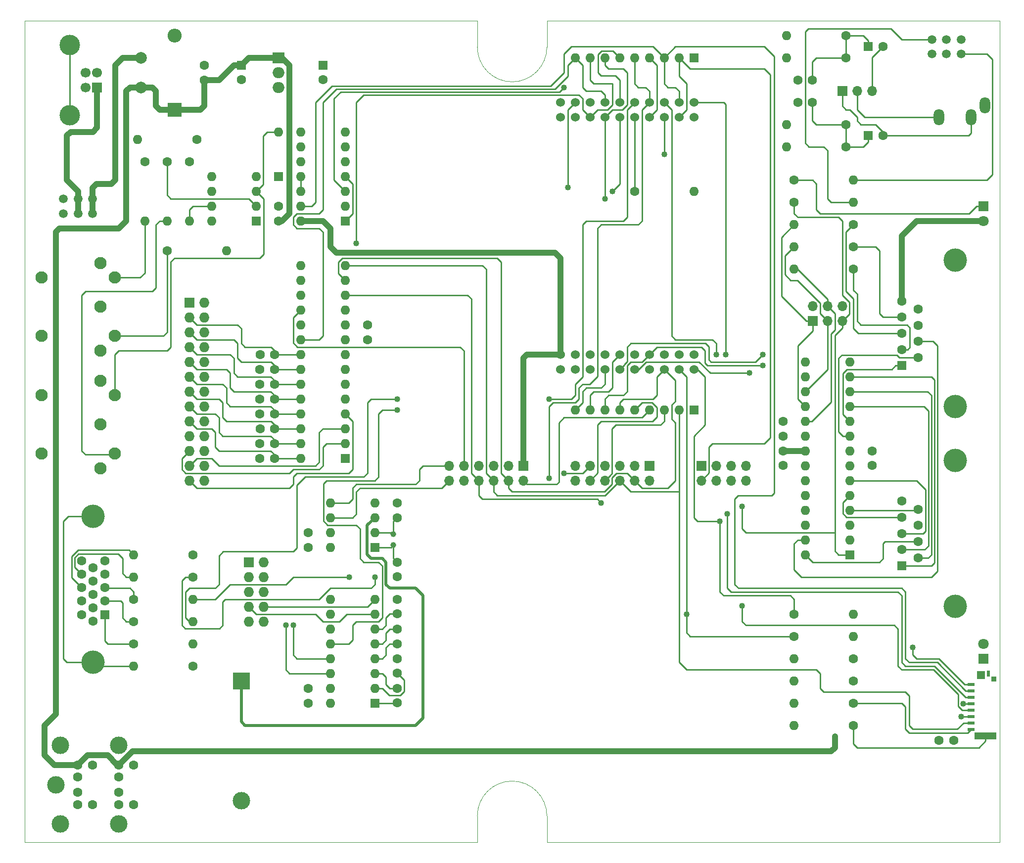
<source format=gbr>
G04 #@! TF.GenerationSoftware,KiCad,Pcbnew,5.0.1-33cea8e~67~ubuntu18.04.1*
G04 #@! TF.CreationDate,2020-01-20T06:57:41+00:00*
G04 #@! TF.ProjectId,neotron-32,6E656F74726F6E2D33322E6B69636164,[v1.2.1]*
G04 #@! TF.SameCoordinates,Original*
G04 #@! TF.FileFunction,Copper,L1,Top,Signal*
G04 #@! TF.FilePolarity,Positive*
%FSLAX46Y46*%
G04 Gerber Fmt 4.6, Leading zero omitted, Abs format (unit mm)*
G04 Created by KiCad (PCBNEW 5.0.1-33cea8e~67~ubuntu18.04.1) date Mon Jan 20 06:57:41 2020*
%MOMM*%
%LPD*%
G01*
G04 APERTURE LIST*
G04 #@! TA.AperFunction,NonConductor*
%ADD10C,0.050000*%
G04 #@! TD*
G04 #@! TA.AperFunction,ComponentPad*
%ADD11C,2.000000*%
G04 #@! TD*
G04 #@! TA.AperFunction,ComponentPad*
%ADD12C,2.990000*%
G04 #@! TD*
G04 #@! TA.AperFunction,ComponentPad*
%ADD13C,1.600000*%
G04 #@! TD*
G04 #@! TA.AperFunction,ComponentPad*
%ADD14O,1.700000X1.700000*%
G04 #@! TD*
G04 #@! TA.AperFunction,ComponentPad*
%ADD15R,1.700000X1.700000*%
G04 #@! TD*
G04 #@! TA.AperFunction,ComponentPad*
%ADD16O,1.727200X1.727200*%
G04 #@! TD*
G04 #@! TA.AperFunction,ComponentPad*
%ADD17R,1.727200X1.727200*%
G04 #@! TD*
G04 #@! TA.AperFunction,ComponentPad*
%ADD18C,1.524000*%
G04 #@! TD*
G04 #@! TA.AperFunction,ComponentPad*
%ADD19O,1.600000X1.600000*%
G04 #@! TD*
G04 #@! TA.AperFunction,ComponentPad*
%ADD20C,1.500000*%
G04 #@! TD*
G04 #@! TA.AperFunction,ComponentPad*
%ADD21C,1.800000*%
G04 #@! TD*
G04 #@! TA.AperFunction,ComponentPad*
%ADD22R,1.800000X1.800000*%
G04 #@! TD*
G04 #@! TA.AperFunction,ComponentPad*
%ADD23R,3.000000X3.000000*%
G04 #@! TD*
G04 #@! TA.AperFunction,ComponentPad*
%ADD24C,3.000000*%
G04 #@! TD*
G04 #@! TA.AperFunction,SMDPad,CuDef*
%ADD25R,0.850000X0.950000*%
G04 #@! TD*
G04 #@! TA.AperFunction,SMDPad,CuDef*
%ADD26R,0.600000X1.000000*%
G04 #@! TD*
G04 #@! TA.AperFunction,SMDPad,CuDef*
%ADD27R,1.450000X1.400000*%
G04 #@! TD*
G04 #@! TA.AperFunction,SMDPad,CuDef*
%ADD28R,3.790000X1.200000*%
G04 #@! TD*
G04 #@! TA.AperFunction,SMDPad,CuDef*
%ADD29R,1.250000X0.600000*%
G04 #@! TD*
G04 #@! TA.AperFunction,ComponentPad*
%ADD30C,2.100000*%
G04 #@! TD*
G04 #@! TA.AperFunction,ComponentPad*
%ADD31C,4.000000*%
G04 #@! TD*
G04 #@! TA.AperFunction,ComponentPad*
%ADD32R,1.600000X1.600000*%
G04 #@! TD*
G04 #@! TA.AperFunction,ComponentPad*
%ADD33C,1.000000*%
G04 #@! TD*
G04 #@! TA.AperFunction,ComponentPad*
%ADD34O,2.000000X1.905000*%
G04 #@! TD*
G04 #@! TA.AperFunction,ComponentPad*
%ADD35R,2.000000X1.905000*%
G04 #@! TD*
G04 #@! TA.AperFunction,ComponentPad*
%ADD36C,3.500001*%
G04 #@! TD*
G04 #@! TA.AperFunction,ComponentPad*
%ADD37C,1.700000*%
G04 #@! TD*
G04 #@! TA.AperFunction,ComponentPad*
%ADD38O,1.800000X2.800000*%
G04 #@! TD*
G04 #@! TA.AperFunction,ComponentPad*
%ADD39O,2.400000X2.400000*%
G04 #@! TD*
G04 #@! TA.AperFunction,ComponentPad*
%ADD40R,2.400000X2.400000*%
G04 #@! TD*
G04 #@! TA.AperFunction,ViaPad*
%ADD41C,1.016000*%
G04 #@! TD*
G04 #@! TA.AperFunction,Conductor*
%ADD42C,0.254000*%
G04 #@! TD*
G04 #@! TA.AperFunction,Conductor*
%ADD43C,1.016000*%
G04 #@! TD*
G04 #@! TA.AperFunction,Conductor*
%ADD44C,0.508000*%
G04 #@! TD*
G04 APERTURE END LIST*
D10*
X160266000Y-158450000D02*
X237766000Y-158450000D01*
X148366000Y-158450000D02*
X148366000Y-158450000D01*
X160266000Y-153920000D02*
X160266000Y-158450000D01*
X148366000Y-153920000D02*
X148366000Y-158450000D01*
X160266000Y-153920000D02*
G75*
G03X148366000Y-153920000I-5950000J0D01*
G01*
X160266000Y-17780000D02*
X237766000Y-17780000D01*
X160266000Y-22310000D02*
X160266000Y-17780000D01*
X148366000Y-22310000D02*
X148366000Y-17780000D01*
X160266000Y-22310000D02*
G75*
G02X148366000Y-22310000I-5950000J0D01*
G01*
X237766000Y-17780000D02*
X237766000Y-158450000D01*
X70866000Y-158450000D02*
X148366000Y-158450000D01*
X70866000Y-17780000D02*
X148366000Y-17780000D01*
X70866000Y-17780000D02*
X70866000Y-158450000D01*
D11*
G04 #@! TO.P,F1,2*
G04 #@! TO.N,/Power/UNFUSED_5V*
X90805000Y-24130000D03*
G04 #@! TO.P,F1,1*
G04 #@! TO.N,+5V*
X90795000Y-29210000D03*
G04 #@! TD*
D12*
G04 #@! TO.P,J15,16*
G04 #@! TO.N,N/C*
X87000000Y-155340000D03*
G04 #@! TO.P,J15,17*
X87000000Y-141840000D03*
D13*
G04 #@! TO.P,J15,11*
G04 #@! TO.N,/Keyboard\002C Mouse and Joystick/MS_CLK*
X89500000Y-151990000D03*
G04 #@! TO.P,J15,9*
G04 #@! TO.N,GND*
X87000000Y-151990000D03*
G04 #@! TO.P,J15,8*
G04 #@! TO.N,N/C*
X87000000Y-147290000D03*
G04 #@! TO.P,J15,12*
X89500000Y-145190000D03*
G04 #@! TO.P,J15,7*
G04 #@! TO.N,/Keyboard\002C Mouse and Joystick/MS_DAT*
X87000000Y-149890000D03*
G04 #@! TO.P,J15,10*
G04 #@! TO.N,+5V*
X87000000Y-145190000D03*
G04 #@! TO.P,J15,3*
G04 #@! TO.N,GND*
X80000000Y-151990000D03*
G04 #@! TO.P,J15,2*
G04 #@! TO.N,N/C*
X80000000Y-147290000D03*
G04 #@! TO.P,J15,4*
G04 #@! TO.N,+5V*
X80000000Y-145190000D03*
G04 #@! TO.P,J15,1*
G04 #@! TO.N,/Keyboard\002C Mouse and Joystick/KB_DAT*
X80000000Y-149890000D03*
D12*
G04 #@! TO.P,J15,15*
G04 #@! TO.N,N/C*
X77000000Y-141840000D03*
G04 #@! TO.P,J15,14*
X76200000Y-148590000D03*
G04 #@! TO.P,J15,13*
X77000000Y-155340000D03*
D13*
G04 #@! TO.P,J15,5*
G04 #@! TO.N,/Keyboard\002C Mouse and Joystick/KB_CLK*
X82500000Y-151990000D03*
G04 #@! TO.P,J15,6*
G04 #@! TO.N,N/C*
X82500000Y-145190000D03*
G04 #@! TD*
D14*
G04 #@! TO.P,J3,8*
G04 #@! TO.N,GND*
X194310000Y-96520000D03*
G04 #@! TO.P,J3,7*
G04 #@! TO.N,/PD6_U2RX*
X194310000Y-93980000D03*
G04 #@! TO.P,J3,6*
G04 #@! TO.N,N/C*
X191770000Y-96520000D03*
G04 #@! TO.P,J3,5*
X191770000Y-93980000D03*
G04 #@! TO.P,J3,4*
X189230000Y-96520000D03*
G04 #@! TO.P,J3,3*
X189230000Y-93980000D03*
G04 #@! TO.P,J3,2*
G04 #@! TO.N,/PD7_U2TX*
X186690000Y-96520000D03*
D15*
G04 #@! TO.P,J3,1*
G04 #@! TO.N,+3V3*
X186690000Y-93980000D03*
G04 #@! TD*
D16*
G04 #@! TO.P,J11,26*
G04 #@! TO.N,GND*
X101600000Y-96520000D03*
G04 #@! TO.P,J11,25*
G04 #@! TO.N,/Parallel Printer/SELECT*
X99060000Y-96520000D03*
G04 #@! TO.P,J11,24*
G04 #@! TO.N,GND*
X101600000Y-93980000D03*
G04 #@! TO.P,J11,23*
G04 #@! TO.N,/Parallel Printer/POUT*
X99060000Y-93980000D03*
G04 #@! TO.P,J11,22*
G04 #@! TO.N,GND*
X101600000Y-91440000D03*
G04 #@! TO.P,J11,21*
G04 #@! TO.N,/Parallel Printer/~BUSY*
X99060000Y-91440000D03*
G04 #@! TO.P,J11,20*
G04 #@! TO.N,GND*
X101600000Y-88900000D03*
G04 #@! TO.P,J11,19*
G04 #@! TO.N,/Parallel Printer/ACK*
X99060000Y-88900000D03*
G04 #@! TO.P,J11,18*
G04 #@! TO.N,GND*
X101600000Y-86360000D03*
G04 #@! TO.P,J11,17*
G04 #@! TO.N,/Parallel Printer/D7*
X99060000Y-86360000D03*
G04 #@! TO.P,J11,16*
G04 #@! TO.N,GND*
X101600000Y-83820000D03*
G04 #@! TO.P,J11,15*
G04 #@! TO.N,/Parallel Printer/D6*
X99060000Y-83820000D03*
G04 #@! TO.P,J11,14*
G04 #@! TO.N,GND*
X101600000Y-81280000D03*
G04 #@! TO.P,J11,13*
G04 #@! TO.N,/Parallel Printer/D5*
X99060000Y-81280000D03*
G04 #@! TO.P,J11,12*
G04 #@! TO.N,GND*
X101600000Y-78740000D03*
G04 #@! TO.P,J11,11*
G04 #@! TO.N,/Parallel Printer/D4*
X99060000Y-78740000D03*
G04 #@! TO.P,J11,10*
G04 #@! TO.N,GND*
X101600000Y-76200000D03*
G04 #@! TO.P,J11,9*
G04 #@! TO.N,/Parallel Printer/D3*
X99060000Y-76200000D03*
G04 #@! TO.P,J11,8*
G04 #@! TO.N,/Parallel Printer/~SELPRI*
X101600000Y-73660000D03*
G04 #@! TO.P,J11,7*
G04 #@! TO.N,/Parallel Printer/D2*
X99060000Y-73660000D03*
G04 #@! TO.P,J11,6*
G04 #@! TO.N,/Parallel Printer/RESET*
X101600000Y-71120000D03*
G04 #@! TO.P,J11,5*
G04 #@! TO.N,/Parallel Printer/D1*
X99060000Y-71120000D03*
G04 #@! TO.P,J11,4*
G04 #@! TO.N,/Parallel Printer/ERROR*
X101600000Y-68580000D03*
G04 #@! TO.P,J11,3*
G04 #@! TO.N,/Parallel Printer/D0*
X99060000Y-68580000D03*
G04 #@! TO.P,J11,2*
G04 #@! TO.N,/Parallel Printer/~LF*
X101600000Y-66040000D03*
D17*
G04 #@! TO.P,J11,1*
G04 #@! TO.N,/~PB2_STROBE*
X99060000Y-66040000D03*
G04 #@! TD*
D18*
G04 #@! TO.P,U1,2.10*
G04 #@! TO.N,/PA2_SPI_CLK*
X185420000Y-31750000D03*
G04 #@! TO.P,U1,2.9*
G04 #@! TO.N,/~PA3_SPI_CS0*
X182880000Y-31750000D03*
G04 #@! TO.P,U1,2.8*
G04 #@! TO.N,/PA4_SPI_MISO*
X180340000Y-31750000D03*
G04 #@! TO.P,U1,2.7*
G04 #@! TO.N,/~PB6_SPI_CS2*
X177800000Y-31750000D03*
G04 #@! TO.P,U1,2.6*
G04 #@! TO.N,/PB7_VGA_GREEN*
X175260000Y-31750000D03*
G04 #@! TO.P,U1,2.5*
G04 #@! TO.N,/~RESET*
X172720000Y-31750000D03*
G04 #@! TO.P,U1,2.4*
G04 #@! TO.N,/~PF0_IRQ1*
X170180000Y-31750000D03*
G04 #@! TO.P,U1,2.3*
G04 #@! TO.N,/PE0_U7RX*
X167640000Y-31750000D03*
G04 #@! TO.P,U1,2.2*
G04 #@! TO.N,/~PB2_STROBE*
X165100000Y-31750000D03*
G04 #@! TO.P,U1,2.1*
G04 #@! TO.N,GND*
X162560000Y-31750000D03*
G04 #@! TO.P,U1,4.10*
G04 #@! TO.N,N/C*
X185420000Y-34290000D03*
G04 #@! TO.P,U1,4.9*
G04 #@! TO.N,/PD7_U2TX*
X182880000Y-34290000D03*
G04 #@! TO.P,U1,4.8*
G04 #@! TO.N,/PD6_U2RX*
X180340000Y-34290000D03*
G04 #@! TO.P,U1,4.7*
G04 #@! TO.N,/PC7_MIDI_OUT*
X177800000Y-34290000D03*
G04 #@! TO.P,U1,4.6*
G04 #@! TO.N,/PC6_MIDI_IN*
X175260000Y-34290000D03*
G04 #@! TO.P,U1,4.5*
G04 #@! TO.N,/PC5_U1CTS*
X172720000Y-34290000D03*
G04 #@! TO.P,U1,4.4*
G04 #@! TO.N,/PC4_U1RTS*
X170180000Y-34290000D03*
G04 #@! TO.P,U1,4.3*
G04 #@! TO.N,/~PB3_SPI_CS1*
X167640000Y-34290000D03*
G04 #@! TO.P,U1,4.2*
G04 #@! TO.N,N/C*
X165100000Y-34290000D03*
G04 #@! TO.P,U1,4.1*
X162560000Y-34290000D03*
G04 #@! TO.P,U1,3.1*
G04 #@! TO.N,+5V*
X162560000Y-74930000D03*
G04 #@! TO.P,U1,3.4*
G04 #@! TO.N,N/C*
X170180000Y-74930000D03*
G04 #@! TO.P,U1,3.6*
G04 #@! TO.N,/PD3_VGA_BLUE*
X175260000Y-74930000D03*
G04 #@! TO.P,U1,3.8*
G04 #@! TO.N,/~PE2_SPI_CS3*
X180340000Y-74930000D03*
G04 #@! TO.P,U1,3.9*
G04 #@! TO.N,/~PE3_IRQ2*
X182880000Y-74930000D03*
G04 #@! TO.P,U1,3.10*
G04 #@! TO.N,/PF1_VGA_RED*
X185420000Y-74930000D03*
G04 #@! TO.P,U1,3.7*
G04 #@! TO.N,/PE1_U7TX*
X177800000Y-74930000D03*
G04 #@! TO.P,U1,3.5*
G04 #@! TO.N,/~PD2_IRQ3*
X172720000Y-74930000D03*
G04 #@! TO.P,U1,3.2*
G04 #@! TO.N,GND*
X165100000Y-74930000D03*
G04 #@! TO.P,U1,3.3*
G04 #@! TO.N,N/C*
X167640000Y-74930000D03*
G04 #@! TO.P,U1,1.10*
G04 #@! TO.N,/PA7_I2C_SDA*
X185420000Y-77470000D03*
G04 #@! TO.P,U1,1.9*
G04 #@! TO.N,/PA6_I2C_SCL*
X182880000Y-77470000D03*
G04 #@! TO.P,U1,1.8*
G04 #@! TO.N,/PA5_SPI_MOSI*
X180340000Y-77470000D03*
G04 #@! TO.P,U1,1.7*
G04 #@! TO.N,/PB4_VGA_HSYNC*
X177800000Y-77470000D03*
G04 #@! TO.P,U1,1.6*
G04 #@! TO.N,/PE5_AUDIO_R*
X175260000Y-77470000D03*
G04 #@! TO.P,U1,1.5*
G04 #@! TO.N,/PE4_AUDIO_L*
X172720000Y-77470000D03*
G04 #@! TO.P,U1,1.4*
G04 #@! TO.N,/PB1_U1TX*
X170180000Y-77470000D03*
G04 #@! TO.P,U1,1.3*
G04 #@! TO.N,/PB0_U1RX*
X167640000Y-77470000D03*
G04 #@! TO.P,U1,1.2*
G04 #@! TO.N,/PB5_VGA_VSYNC*
X165100000Y-77470000D03*
G04 #@! TO.P,U1,1.1*
G04 #@! TO.N,N/C*
X162560000Y-77470000D03*
G04 #@! TD*
D19*
G04 #@! TO.P,R2,2*
G04 #@! TO.N,+3V3*
X212725000Y-119380000D03*
D13*
G04 #@! TO.P,R2,1*
G04 #@! TO.N,/PA7_I2C_SDA*
X202565000Y-119380000D03*
G04 #@! TD*
D20*
G04 #@! TO.P,SW2,1*
G04 #@! TO.N,N/C*
X231140000Y-20995000D03*
G04 #@! TO.P,SW2,2*
G04 #@! TO.N,GND*
X228640000Y-20995000D03*
G04 #@! TO.P,SW2,3*
G04 #@! TO.N,Net-(R28-Pad2)*
X226140000Y-20995000D03*
G04 #@! TO.P,SW2,4*
G04 #@! TO.N,Net-(R4-Pad2)*
X231140000Y-23495000D03*
G04 #@! TO.P,SW2,5*
G04 #@! TO.N,GND*
X228640000Y-23495000D03*
G04 #@! TO.P,SW2,6*
G04 #@! TO.N,N/C*
X226140000Y-23495000D03*
G04 #@! TD*
D19*
G04 #@! TO.P,R4,2*
G04 #@! TO.N,Net-(R4-Pad2)*
X212725000Y-45085000D03*
D13*
G04 #@! TO.P,R4,1*
G04 #@! TO.N,Net-(D4-Pad1)*
X202565000Y-45085000D03*
G04 #@! TD*
D21*
G04 #@! TO.P,D4,2*
G04 #@! TO.N,+5V*
X234950000Y-52070000D03*
D22*
G04 #@! TO.P,D4,1*
G04 #@! TO.N,Net-(D4-Pad1)*
X234950000Y-49530000D03*
G04 #@! TD*
D20*
G04 #@! TO.P,SW1,1*
G04 #@! TO.N,N/C*
X77510000Y-50800000D03*
G04 #@! TO.P,SW1,2*
G04 #@! TO.N,/Power/VUSB*
X80010000Y-50800000D03*
G04 #@! TO.P,SW1,3*
G04 #@! TO.N,/Power/UNFUSED_5V*
X82510000Y-50800000D03*
G04 #@! TO.P,SW1,4*
G04 #@! TO.N,N/C*
X77510000Y-48300000D03*
G04 #@! TO.P,SW1,5*
G04 #@! TO.N,/Power/VUSB*
X80010000Y-48300000D03*
G04 #@! TO.P,SW1,6*
G04 #@! TO.N,/Power/UNFUSED_5V*
X82510000Y-48300000D03*
G04 #@! TD*
D23*
G04 #@! TO.P,BT1,1*
G04 #@! TO.N,+BATT*
X107950000Y-130810000D03*
D24*
G04 #@! TO.P,BT1,2*
G04 #@! TO.N,GND*
X107950000Y-151300000D03*
G04 #@! TD*
D16*
G04 #@! TO.P,J18,10*
G04 #@! TO.N,N/C*
X111760000Y-120650000D03*
G04 #@! TO.P,J18,9*
X109220000Y-120650000D03*
G04 #@! TO.P,J18,8*
G04 #@! TO.N,/RS-232 Serial Port/RS232_CTS_IN*
X111760000Y-118110000D03*
G04 #@! TO.P,J18,7*
G04 #@! TO.N,/RS-232 Serial Port/RS232_RTS_OUT*
X109220000Y-118110000D03*
G04 #@! TO.P,J18,6*
G04 #@! TO.N,N/C*
X111760000Y-115570000D03*
G04 #@! TO.P,J18,5*
G04 #@! TO.N,GND*
X109220000Y-115570000D03*
G04 #@! TO.P,J18,4*
G04 #@! TO.N,N/C*
X111760000Y-113030000D03*
G04 #@! TO.P,J18,3*
G04 #@! TO.N,/RS-232 Serial Port/RS232_TX_OUT*
X109220000Y-113030000D03*
G04 #@! TO.P,J18,2*
G04 #@! TO.N,/RS-232 Serial Port/RS232_RX_IN*
X111760000Y-110490000D03*
D17*
G04 #@! TO.P,J18,1*
G04 #@! TO.N,N/C*
X109220000Y-110490000D03*
G04 #@! TD*
D25*
G04 #@! TO.P,J10,12*
G04 #@! TO.N,N/C*
X236801000Y-130480000D03*
D26*
G04 #@! TO.P,J10,11*
X235826000Y-129555000D03*
D27*
G04 #@! TO.P,J10,10*
X234576000Y-129780000D03*
D28*
G04 #@! TO.P,J10,9*
G04 #@! TO.N,Net-(J10-Pad9)*
X235331000Y-140255000D03*
D29*
G04 #@! TO.P,J10,1*
G04 #@! TO.N,Net-(J10-Pad1)*
X232851000Y-131405000D03*
G04 #@! TO.P,J10,2*
G04 #@! TO.N,/~PA3_SPI_CS0*
X232851000Y-132505000D03*
G04 #@! TO.P,J10,3*
G04 #@! TO.N,/PA5_SPI_MOSI*
X232851000Y-133605000D03*
G04 #@! TO.P,J10,4*
G04 #@! TO.N,+3V3*
X232851000Y-134705000D03*
G04 #@! TO.P,J10,5*
G04 #@! TO.N,/PA2_SPI_CLK*
X232851000Y-135805000D03*
G04 #@! TO.P,J10,6*
G04 #@! TO.N,GND*
X232851000Y-136905000D03*
G04 #@! TO.P,J10,7*
G04 #@! TO.N,/PA4_SPI_MISO*
X232851000Y-138005000D03*
G04 #@! TO.P,J10,8*
G04 #@! TO.N,Net-(J10-Pad8)*
X232851000Y-139105000D03*
G04 #@! TD*
D30*
G04 #@! TO.P,J5,6*
G04 #@! TO.N,N/C*
X73820000Y-81915000D03*
G04 #@! TO.P,J5,7*
X73820000Y-91915000D03*
G04 #@! TO.P,J5,4*
G04 #@! TO.N,Net-(J5-Pad4)*
X86320000Y-91915000D03*
G04 #@! TO.P,J5,5*
G04 #@! TO.N,Net-(D1-Pad2)*
X86320000Y-81915000D03*
G04 #@! TO.P,J5,2*
G04 #@! TO.N,N/C*
X83820000Y-86915000D03*
G04 #@! TO.P,J5,3*
X83820000Y-79415000D03*
G04 #@! TO.P,J5,1*
X83820000Y-94415000D03*
G04 #@! TD*
G04 #@! TO.P,J4,6*
G04 #@! TO.N,N/C*
X73820000Y-61755000D03*
G04 #@! TO.P,J4,7*
X73820000Y-71755000D03*
G04 #@! TO.P,J4,4*
G04 #@! TO.N,Net-(J4-Pad4)*
X86320000Y-71755000D03*
G04 #@! TO.P,J4,5*
G04 #@! TO.N,Net-(J4-Pad5)*
X86320000Y-61755000D03*
G04 #@! TO.P,J4,2*
G04 #@! TO.N,GND*
X83820000Y-66755000D03*
G04 #@! TO.P,J4,3*
G04 #@! TO.N,N/C*
X83820000Y-59255000D03*
G04 #@! TO.P,J4,1*
X83820000Y-74255000D03*
G04 #@! TD*
D31*
G04 #@! TO.P,J17,0*
G04 #@! TO.N,Net-(J17-Pad0)*
X82550000Y-127635000D03*
X82550000Y-102635000D03*
D13*
G04 #@! TO.P,J17,15*
G04 #@! TO.N,N/C*
X80640000Y-110290000D03*
G04 #@! TO.P,J17,14*
G04 #@! TO.N,Net-(J17-Pad14)*
X80640000Y-112580000D03*
G04 #@! TO.P,J17,13*
G04 #@! TO.N,Net-(J17-Pad13)*
X80640000Y-114870000D03*
G04 #@! TO.P,J17,12*
G04 #@! TO.N,N/C*
X80640000Y-117160000D03*
G04 #@! TO.P,J17,11*
X80640000Y-119450000D03*
G04 #@! TO.P,J17,10*
X82620000Y-111435000D03*
G04 #@! TO.P,J17,9*
X82620000Y-113725000D03*
G04 #@! TO.P,J17,8*
G04 #@! TO.N,GND*
X82620000Y-116015000D03*
G04 #@! TO.P,J17,7*
X82620000Y-118305000D03*
G04 #@! TO.P,J17,6*
X82620000Y-120595000D03*
G04 #@! TO.P,J17,5*
X84600000Y-110290000D03*
G04 #@! TO.P,J17,4*
G04 #@! TO.N,N/C*
X84600000Y-112580000D03*
G04 #@! TO.P,J17,3*
G04 #@! TO.N,Net-(J17-Pad3)*
X84600000Y-114870000D03*
G04 #@! TO.P,J17,2*
G04 #@! TO.N,Net-(J17-Pad2)*
X84600000Y-117160000D03*
D32*
G04 #@! TO.P,J17,1*
G04 #@! TO.N,Net-(J17-Pad1)*
X84600000Y-119450000D03*
G04 #@! TD*
D31*
G04 #@! TO.P,J13,0*
G04 #@! TO.N,N/C*
X230180000Y-58820000D03*
X230180000Y-83820000D03*
D13*
G04 #@! TO.P,J13,9*
G04 #@! TO.N,/Keyboard\002C Mouse and Joystick/START_C_JS2*
X223820000Y-67165000D03*
G04 #@! TO.P,J13,8*
G04 #@! TO.N,GND*
X223820000Y-69935000D03*
G04 #@! TO.P,J13,7*
G04 #@! TO.N,/Keyboard\002C Mouse and Joystick/SELECT_JS2*
X223820000Y-72705000D03*
G04 #@! TO.P,J13,6*
G04 #@! TO.N,/Keyboard\002C Mouse and Joystick/A_B_JS2*
X223820000Y-75475000D03*
G04 #@! TO.P,J13,5*
G04 #@! TO.N,+5V*
X220980000Y-65780000D03*
G04 #@! TO.P,J13,4*
G04 #@! TO.N,/Keyboard\002C Mouse and Joystick/RIGHT_GND_JS2*
X220980000Y-68550000D03*
G04 #@! TO.P,J13,3*
G04 #@! TO.N,/Keyboard\002C Mouse and Joystick/LEFT_GND_JS2*
X220980000Y-71320000D03*
G04 #@! TO.P,J13,2*
G04 #@! TO.N,/Keyboard\002C Mouse and Joystick/DOWN_JS2*
X220980000Y-74090000D03*
D32*
G04 #@! TO.P,J13,1*
G04 #@! TO.N,/Keyboard\002C Mouse and Joystick/UP_JS2*
X220980000Y-76860000D03*
G04 #@! TD*
G04 #@! TO.P,J14,1*
G04 #@! TO.N,/Keyboard\002C Mouse and Joystick/UP_JS1*
X220980000Y-111125000D03*
D13*
G04 #@! TO.P,J14,2*
G04 #@! TO.N,/Keyboard\002C Mouse and Joystick/DOWN_JS1*
X220980000Y-108355000D03*
G04 #@! TO.P,J14,3*
G04 #@! TO.N,/Keyboard\002C Mouse and Joystick/LEFT_GND_JS1*
X220980000Y-105585000D03*
G04 #@! TO.P,J14,4*
G04 #@! TO.N,/Keyboard\002C Mouse and Joystick/RIGHT_GND_JS1*
X220980000Y-102815000D03*
G04 #@! TO.P,J14,5*
G04 #@! TO.N,+5V*
X220980000Y-100045000D03*
G04 #@! TO.P,J14,6*
G04 #@! TO.N,/Keyboard\002C Mouse and Joystick/A_B_JS1*
X223820000Y-109740000D03*
G04 #@! TO.P,J14,7*
G04 #@! TO.N,/Keyboard\002C Mouse and Joystick/SELECT_JS1*
X223820000Y-106970000D03*
G04 #@! TO.P,J14,8*
G04 #@! TO.N,GND*
X223820000Y-104200000D03*
G04 #@! TO.P,J14,9*
G04 #@! TO.N,/Keyboard\002C Mouse and Joystick/START_C_JS1*
X223820000Y-101430000D03*
D31*
G04 #@! TO.P,J14,0*
G04 #@! TO.N,N/C*
X230180000Y-118085000D03*
X230180000Y-93085000D03*
G04 #@! TD*
D19*
G04 #@! TO.P,U5,28*
G04 #@! TO.N,/Parallel Printer/D7*
X118110000Y-92710000D03*
G04 #@! TO.P,U5,14*
G04 #@! TO.N,/PA4_SPI_MISO*
X125730000Y-59690000D03*
G04 #@! TO.P,U5,27*
G04 #@! TO.N,/Parallel Printer/D6*
X118110000Y-90170000D03*
G04 #@! TO.P,U5,13*
G04 #@! TO.N,/PA5_SPI_MOSI*
X125730000Y-62230000D03*
G04 #@! TO.P,U5,26*
G04 #@! TO.N,/Parallel Printer/D5*
X118110000Y-87630000D03*
G04 #@! TO.P,U5,12*
G04 #@! TO.N,/PA2_SPI_CLK*
X125730000Y-64770000D03*
G04 #@! TO.P,U5,25*
G04 #@! TO.N,/Parallel Printer/D4*
X118110000Y-85090000D03*
G04 #@! TO.P,U5,11*
G04 #@! TO.N,/~PB3_SPI_CS1*
X125730000Y-67310000D03*
G04 #@! TO.P,U5,24*
G04 #@! TO.N,/Parallel Printer/D3*
X118110000Y-82550000D03*
G04 #@! TO.P,U5,10*
G04 #@! TO.N,GND*
X125730000Y-69850000D03*
G04 #@! TO.P,U5,23*
G04 #@! TO.N,/Parallel Printer/D2*
X118110000Y-80010000D03*
G04 #@! TO.P,U5,9*
G04 #@! TO.N,+3V3*
X125730000Y-72390000D03*
G04 #@! TO.P,U5,22*
G04 #@! TO.N,/Parallel Printer/D1*
X118110000Y-77470000D03*
G04 #@! TO.P,U5,8*
G04 #@! TO.N,/Parallel Printer/~SELPRI*
X125730000Y-74930000D03*
G04 #@! TO.P,U5,21*
G04 #@! TO.N,/Parallel Printer/D0*
X118110000Y-74930000D03*
G04 #@! TO.P,U5,7*
G04 #@! TO.N,/Parallel Printer/RESET*
X125730000Y-77470000D03*
G04 #@! TO.P,U5,20*
G04 #@! TO.N,/~PF0_IRQ1*
X118110000Y-72390000D03*
G04 #@! TO.P,U5,6*
G04 #@! TO.N,/Parallel Printer/ERROR*
X125730000Y-80010000D03*
G04 #@! TO.P,U5,19*
G04 #@! TO.N,N/C*
X118110000Y-69850000D03*
G04 #@! TO.P,U5,5*
G04 #@! TO.N,/Parallel Printer/~LF*
X125730000Y-82550000D03*
G04 #@! TO.P,U5,18*
G04 #@! TO.N,/~RESET*
X118110000Y-67310000D03*
G04 #@! TO.P,U5,4*
G04 #@! TO.N,/Parallel Printer/SELECT*
X125730000Y-85090000D03*
G04 #@! TO.P,U5,17*
G04 #@! TO.N,GND*
X118110000Y-64770000D03*
G04 #@! TO.P,U5,3*
G04 #@! TO.N,/Parallel Printer/POUT*
X125730000Y-87630000D03*
G04 #@! TO.P,U5,16*
G04 #@! TO.N,GND*
X118110000Y-62230000D03*
G04 #@! TO.P,U5,2*
G04 #@! TO.N,/Parallel Printer/~BUSY*
X125730000Y-90170000D03*
G04 #@! TO.P,U5,15*
G04 #@! TO.N,GND*
X118110000Y-59690000D03*
D32*
G04 #@! TO.P,U5,1*
G04 #@! TO.N,/Parallel Printer/ACK*
X125730000Y-92710000D03*
G04 #@! TD*
D14*
G04 #@! TO.P,J1,12*
G04 #@! TO.N,/PA6_I2C_SCL*
X143510000Y-96520000D03*
G04 #@! TO.P,J1,11*
G04 #@! TO.N,/PA7_I2C_SDA*
X143510000Y-93980000D03*
G04 #@! TO.P,J1,10*
G04 #@! TO.N,/~PB6_SPI_CS2*
X146050000Y-96520000D03*
G04 #@! TO.P,J1,9*
G04 #@! TO.N,/~RESET*
X146050000Y-93980000D03*
G04 #@! TO.P,J1,8*
G04 #@! TO.N,/PA2_SPI_CLK*
X148590000Y-96520000D03*
G04 #@! TO.P,J1,7*
G04 #@! TO.N,GND*
X148590000Y-93980000D03*
G04 #@! TO.P,J1,6*
G04 #@! TO.N,/PA4_SPI_MISO*
X151130000Y-96520000D03*
G04 #@! TO.P,J1,5*
G04 #@! TO.N,GND*
X151130000Y-93980000D03*
G04 #@! TO.P,J1,4*
G04 #@! TO.N,/PA5_SPI_MOSI*
X153670000Y-96520000D03*
G04 #@! TO.P,J1,3*
G04 #@! TO.N,+3V3*
X153670000Y-93980000D03*
G04 #@! TO.P,J1,2*
G04 #@! TO.N,/~PE3_IRQ2*
X156210000Y-96520000D03*
D15*
G04 #@! TO.P,J1,1*
G04 #@! TO.N,+5V*
X156210000Y-93980000D03*
G04 #@! TD*
D19*
G04 #@! TO.P,R6,2*
G04 #@! TO.N,Net-(J4-Pad5)*
X91440000Y-52070000D03*
D13*
G04 #@! TO.P,R6,1*
G04 #@! TO.N,Net-(R6-Pad1)*
X91440000Y-41910000D03*
G04 #@! TD*
D19*
G04 #@! TO.P,R16,2*
G04 #@! TO.N,+3V3*
X202565000Y-134620000D03*
D13*
G04 #@! TO.P,R16,1*
G04 #@! TO.N,Net-(J10-Pad8)*
X212725000Y-134620000D03*
G04 #@! TD*
D19*
G04 #@! TO.P,U6,28*
G04 #@! TO.N,/Keyboard\002C Mouse and Joystick/SELECT_JS1*
X204470000Y-109220000D03*
G04 #@! TO.P,U6,14*
G04 #@! TO.N,N/C*
X212090000Y-76200000D03*
G04 #@! TO.P,U6,27*
G04 #@! TO.N,/Keyboard\002C Mouse and Joystick/SELECT_JS2*
X204470000Y-106680000D03*
G04 #@! TO.P,U6,13*
G04 #@! TO.N,/Keyboard\002C Mouse and Joystick/UP_JS1*
X212090000Y-78740000D03*
G04 #@! TO.P,U6,26*
G04 #@! TO.N,/Keyboard\002C Mouse and Joystick/MS_DAT*
X204470000Y-104140000D03*
G04 #@! TO.P,U6,12*
G04 #@! TO.N,/Keyboard\002C Mouse and Joystick/A_B_JS1*
X212090000Y-81280000D03*
G04 #@! TO.P,U6,25*
G04 #@! TO.N,/Keyboard\002C Mouse and Joystick/MS_CLK*
X204470000Y-101600000D03*
G04 #@! TO.P,U6,11*
G04 #@! TO.N,/Keyboard\002C Mouse and Joystick/DOWN_JS1*
X212090000Y-83820000D03*
G04 #@! TO.P,U6,24*
G04 #@! TO.N,/Keyboard\002C Mouse and Joystick/KB_DAT*
X204470000Y-99060000D03*
G04 #@! TO.P,U6,10*
G04 #@! TO.N,/Keyboard\002C Mouse and Joystick/UP_JS2*
X212090000Y-86360000D03*
G04 #@! TO.P,U6,23*
G04 #@! TO.N,/Keyboard\002C Mouse and Joystick/KB_CLK*
X204470000Y-96520000D03*
G04 #@! TO.P,U6,9*
G04 #@! TO.N,/Keyboard\002C Mouse and Joystick/A_B_JS2*
X212090000Y-88900000D03*
G04 #@! TO.P,U6,22*
G04 #@! TO.N,GND*
X204470000Y-93980000D03*
G04 #@! TO.P,U6,8*
X212090000Y-91440000D03*
G04 #@! TO.P,U6,21*
G04 #@! TO.N,Net-(C20-Pad2)*
X204470000Y-91440000D03*
G04 #@! TO.P,U6,7*
G04 #@! TO.N,+5V*
X212090000Y-93980000D03*
G04 #@! TO.P,U6,20*
X204470000Y-88900000D03*
G04 #@! TO.P,U6,6*
G04 #@! TO.N,/Keyboard\002C Mouse and Joystick/LEFT_GND_JS1*
X212090000Y-96520000D03*
G04 #@! TO.P,U6,19*
G04 #@! TO.N,/Keyboard\002C Mouse and Joystick/AT_MOSI*
X204470000Y-86360000D03*
G04 #@! TO.P,U6,5*
G04 #@! TO.N,/Keyboard\002C Mouse and Joystick/RIGHT_GND_JS1*
X212090000Y-99060000D03*
G04 #@! TO.P,U6,18*
G04 #@! TO.N,/Keyboard\002C Mouse and Joystick/AT_MISO*
X204470000Y-83820000D03*
G04 #@! TO.P,U6,4*
G04 #@! TO.N,/Keyboard\002C Mouse and Joystick/START_C_JS1*
X212090000Y-101600000D03*
G04 #@! TO.P,U6,17*
G04 #@! TO.N,/Keyboard\002C Mouse and Joystick/AT_SCK*
X204470000Y-81280000D03*
G04 #@! TO.P,U6,3*
G04 #@! TO.N,/PE1_U7TX*
X212090000Y-104140000D03*
G04 #@! TO.P,U6,16*
G04 #@! TO.N,/Keyboard\002C Mouse and Joystick/START_C_JS2*
X204470000Y-78740000D03*
G04 #@! TO.P,U6,2*
G04 #@! TO.N,/PE0_U7RX*
X212090000Y-106680000D03*
G04 #@! TO.P,U6,15*
G04 #@! TO.N,N/C*
X204470000Y-76200000D03*
D32*
G04 #@! TO.P,U6,1*
G04 #@! TO.N,/~RESET*
X212090000Y-109220000D03*
G04 #@! TD*
D19*
G04 #@! TO.P,R28,2*
G04 #@! TO.N,Net-(R28-Pad2)*
X212725000Y-48895000D03*
D13*
G04 #@! TO.P,R28,1*
G04 #@! TO.N,/~RESET*
X202565000Y-48895000D03*
G04 #@! TD*
D19*
G04 #@! TO.P,R27,2*
G04 #@! TO.N,Net-(J17-Pad14)*
X89535000Y-113030000D03*
D13*
G04 #@! TO.P,R27,1*
G04 #@! TO.N,/PB5_VGA_VSYNC*
X99695000Y-113030000D03*
G04 #@! TD*
D19*
G04 #@! TO.P,R26,2*
G04 #@! TO.N,Net-(J17-Pad13)*
X89535000Y-109220000D03*
D13*
G04 #@! TO.P,R26,1*
G04 #@! TO.N,/PB4_VGA_HSYNC*
X99695000Y-109220000D03*
G04 #@! TD*
D19*
G04 #@! TO.P,R25,2*
G04 #@! TO.N,Net-(J17-Pad0)*
X89535000Y-128270000D03*
D13*
G04 #@! TO.P,R25,1*
G04 #@! TO.N,GND*
X99695000Y-128270000D03*
G04 #@! TD*
D19*
G04 #@! TO.P,R24,2*
G04 #@! TO.N,/PD3_VGA_BLUE*
X99695000Y-116840000D03*
D13*
G04 #@! TO.P,R24,1*
G04 #@! TO.N,Net-(J17-Pad3)*
X89535000Y-116840000D03*
G04 #@! TD*
D19*
G04 #@! TO.P,R23,2*
G04 #@! TO.N,/PB7_VGA_GREEN*
X99695000Y-120650000D03*
D13*
G04 #@! TO.P,R23,1*
G04 #@! TO.N,Net-(J17-Pad2)*
X89535000Y-120650000D03*
G04 #@! TD*
D19*
G04 #@! TO.P,R22,2*
G04 #@! TO.N,/PF1_VGA_RED*
X99695000Y-124460000D03*
D13*
G04 #@! TO.P,R22,1*
G04 #@! TO.N,Net-(J17-Pad1)*
X89535000Y-124460000D03*
G04 #@! TD*
D19*
G04 #@! TO.P,R21,2*
G04 #@! TO.N,/Keyboard\002C Mouse and Joystick/AT_MOSI*
X202565000Y-60325000D03*
D13*
G04 #@! TO.P,R21,1*
G04 #@! TO.N,/Keyboard\002C Mouse and Joystick/DOWN_JS2*
X212725000Y-60325000D03*
G04 #@! TD*
D19*
G04 #@! TO.P,R20,2*
G04 #@! TO.N,/Keyboard\002C Mouse and Joystick/AT_MISO*
X202565000Y-52705000D03*
D13*
G04 #@! TO.P,R20,1*
G04 #@! TO.N,/Keyboard\002C Mouse and Joystick/LEFT_GND_JS2*
X212725000Y-52705000D03*
G04 #@! TD*
D19*
G04 #@! TO.P,R19,2*
G04 #@! TO.N,/Keyboard\002C Mouse and Joystick/AT_SCK*
X202565000Y-56515000D03*
D13*
G04 #@! TO.P,R19,1*
G04 #@! TO.N,/Keyboard\002C Mouse and Joystick/RIGHT_GND_JS2*
X212725000Y-56515000D03*
G04 #@! TD*
D19*
G04 #@! TO.P,R18,2*
G04 #@! TO.N,GND*
X202565000Y-138430000D03*
D13*
G04 #@! TO.P,R18,1*
G04 #@! TO.N,Net-(J10-Pad9)*
X212725000Y-138430000D03*
G04 #@! TD*
D19*
G04 #@! TO.P,R17,2*
G04 #@! TO.N,Net-(R17-Pad2)*
X202565000Y-130810000D03*
D13*
G04 #@! TO.P,R17,1*
G04 #@! TO.N,Net-(D3-Pad1)*
X212725000Y-130810000D03*
G04 #@! TD*
D19*
G04 #@! TO.P,R15,2*
G04 #@! TO.N,+3V3*
X202565000Y-127000000D03*
D13*
G04 #@! TO.P,R15,1*
G04 #@! TO.N,Net-(J10-Pad1)*
X212725000Y-127000000D03*
G04 #@! TD*
D19*
G04 #@! TO.P,R14,2*
G04 #@! TO.N,Net-(J9-Pad5)*
X90170000Y-38100000D03*
D13*
G04 #@! TO.P,R14,1*
G04 #@! TO.N,GND*
X100330000Y-38100000D03*
G04 #@! TD*
D19*
G04 #@! TO.P,R13,2*
G04 #@! TO.N,GND*
X201295000Y-35560000D03*
D13*
G04 #@! TO.P,R13,1*
G04 #@! TO.N,Net-(C3-Pad2)*
X211455000Y-35560000D03*
G04 #@! TD*
D19*
G04 #@! TO.P,R12,2*
G04 #@! TO.N,GND*
X201295000Y-24130000D03*
D13*
G04 #@! TO.P,R12,1*
G04 #@! TO.N,Net-(C2-Pad2)*
X211455000Y-24130000D03*
G04 #@! TD*
D19*
G04 #@! TO.P,R11,2*
G04 #@! TO.N,/PE4_AUDIO_L*
X201295000Y-39370000D03*
D13*
G04 #@! TO.P,R11,1*
G04 #@! TO.N,Net-(C3-Pad2)*
X211455000Y-39370000D03*
G04 #@! TD*
D19*
G04 #@! TO.P,R10,2*
G04 #@! TO.N,/PE5_AUDIO_R*
X201295000Y-20320000D03*
D13*
G04 #@! TO.P,R10,1*
G04 #@! TO.N,Net-(C2-Pad2)*
X211455000Y-20320000D03*
G04 #@! TD*
D19*
G04 #@! TO.P,R9,2*
G04 #@! TO.N,+3V3*
X185420000Y-46990000D03*
D13*
G04 #@! TO.P,R9,1*
G04 #@! TO.N,/PC6_MIDI_IN*
X175260000Y-46990000D03*
G04 #@! TD*
D19*
G04 #@! TO.P,R8,2*
G04 #@! TO.N,Net-(R8-Pad2)*
X99060000Y-52070000D03*
D13*
G04 #@! TO.P,R8,1*
G04 #@! TO.N,GND*
X99060000Y-41910000D03*
G04 #@! TD*
D19*
G04 #@! TO.P,R5,2*
G04 #@! TO.N,Net-(J5-Pad4)*
X95250000Y-52070000D03*
D13*
G04 #@! TO.P,R5,1*
G04 #@! TO.N,Net-(D1-Pad1)*
X95250000Y-41910000D03*
G04 #@! TD*
D19*
G04 #@! TO.P,R3,2*
G04 #@! TO.N,+5V*
X105410000Y-57150000D03*
D13*
G04 #@! TO.P,R3,1*
G04 #@! TO.N,Net-(J4-Pad4)*
X95250000Y-57150000D03*
G04 #@! TD*
D19*
G04 #@! TO.P,R1,2*
G04 #@! TO.N,+3V3*
X212725000Y-123190000D03*
D13*
G04 #@! TO.P,R1,1*
G04 #@! TO.N,/PA6_I2C_SCL*
X202565000Y-123190000D03*
G04 #@! TD*
G04 #@! TO.P,C8,2*
G04 #@! TO.N,GND*
X121920000Y-27900000D03*
D32*
G04 #@! TO.P,C8,1*
G04 #@! TO.N,+3V3*
X121920000Y-25400000D03*
G04 #@! TD*
D13*
G04 #@! TO.P,C6,2*
G04 #@! TO.N,GND*
X107950000Y-27900000D03*
D32*
G04 #@! TO.P,C6,1*
G04 #@! TO.N,+5V*
X107950000Y-25400000D03*
G04 #@! TD*
D13*
G04 #@! TO.P,C5,2*
G04 #@! TO.N,/Audio/LEFT_CHAN*
X217765000Y-37465000D03*
D32*
G04 #@! TO.P,C5,1*
G04 #@! TO.N,Net-(C3-Pad2)*
X215265000Y-37465000D03*
G04 #@! TD*
D13*
G04 #@! TO.P,C4,2*
G04 #@! TO.N,/Audio/RIGHT_CHAN*
X217765000Y-22225000D03*
D32*
G04 #@! TO.P,C4,1*
G04 #@! TO.N,Net-(C2-Pad2)*
X215265000Y-22225000D03*
G04 #@! TD*
D19*
G04 #@! TO.P,U3,8*
G04 #@! TO.N,+5V*
X102870000Y-52070000D03*
G04 #@! TO.P,U3,4*
G04 #@! TO.N,N/C*
X110490000Y-44450000D03*
G04 #@! TO.P,U3,7*
G04 #@! TO.N,Net-(R8-Pad2)*
X102870000Y-49530000D03*
G04 #@! TO.P,U3,3*
G04 #@! TO.N,Net-(D1-Pad2)*
X110490000Y-46990000D03*
G04 #@! TO.P,U3,6*
G04 #@! TO.N,/PC6_MIDI_IN*
X102870000Y-46990000D03*
G04 #@! TO.P,U3,2*
G04 #@! TO.N,Net-(D1-Pad1)*
X110490000Y-49530000D03*
G04 #@! TO.P,U3,5*
G04 #@! TO.N,GND*
X102870000Y-44450000D03*
D32*
G04 #@! TO.P,U3,1*
G04 #@! TO.N,N/C*
X110490000Y-52070000D03*
G04 #@! TD*
D33*
G04 #@! TO.P,Y1,2*
G04 #@! TO.N,Net-(C22-Pad1)*
X133985000Y-105664000D03*
G04 #@! TO.P,Y1,1*
G04 #@! TO.N,Net-(C21-Pad2)*
X133985000Y-107564000D03*
G04 #@! TD*
D19*
G04 #@! TO.P,U8,16*
G04 #@! TO.N,+3V3*
X123190000Y-134620000D03*
G04 #@! TO.P,U8,8*
G04 #@! TO.N,/RS-232 Serial Port/RS232_CTS_IN*
X130810000Y-116840000D03*
G04 #@! TO.P,U8,15*
G04 #@! TO.N,GND*
X123190000Y-132080000D03*
G04 #@! TO.P,U8,7*
G04 #@! TO.N,/RS-232 Serial Port/RS232_RTS_OUT*
X130810000Y-119380000D03*
G04 #@! TO.P,U8,14*
G04 #@! TO.N,/RS-232 Serial Port/RS232_TX_OUT*
X123190000Y-129540000D03*
G04 #@! TO.P,U8,6*
G04 #@! TO.N,Net-(C27-Pad2)*
X130810000Y-121920000D03*
G04 #@! TO.P,U8,13*
G04 #@! TO.N,/RS-232 Serial Port/RS232_RX_IN*
X123190000Y-127000000D03*
G04 #@! TO.P,U8,5*
G04 #@! TO.N,Net-(C26-Pad2)*
X130810000Y-124460000D03*
G04 #@! TO.P,U8,12*
G04 #@! TO.N,/PB0_U1RX*
X123190000Y-124460000D03*
G04 #@! TO.P,U8,4*
G04 #@! TO.N,Net-(C26-Pad1)*
X130810000Y-127000000D03*
G04 #@! TO.P,U8,11*
G04 #@! TO.N,/PB1_U1TX*
X123190000Y-121920000D03*
G04 #@! TO.P,U8,3*
G04 #@! TO.N,Net-(C25-Pad1)*
X130810000Y-129540000D03*
G04 #@! TO.P,U8,10*
G04 #@! TO.N,/PC4_U1RTS*
X123190000Y-119380000D03*
G04 #@! TO.P,U8,2*
G04 #@! TO.N,Net-(C28-Pad2)*
X130810000Y-132080000D03*
G04 #@! TO.P,U8,9*
G04 #@! TO.N,/PC5_U1CTS*
X123190000Y-116840000D03*
D32*
G04 #@! TO.P,U8,1*
G04 #@! TO.N,Net-(C25-Pad2)*
X130810000Y-134620000D03*
G04 #@! TD*
D19*
G04 #@! TO.P,U7,8*
G04 #@! TO.N,+3V3*
X123190000Y-107950000D03*
G04 #@! TO.P,U7,4*
G04 #@! TO.N,GND*
X130810000Y-100330000D03*
G04 #@! TO.P,U7,7*
G04 #@! TO.N,N/C*
X123190000Y-105410000D03*
G04 #@! TO.P,U7,3*
G04 #@! TO.N,+BATT*
X130810000Y-102870000D03*
G04 #@! TO.P,U7,6*
G04 #@! TO.N,/PA6_I2C_SCL*
X123190000Y-102870000D03*
G04 #@! TO.P,U7,2*
G04 #@! TO.N,Net-(C22-Pad1)*
X130810000Y-105410000D03*
G04 #@! TO.P,U7,5*
G04 #@! TO.N,/PA7_I2C_SDA*
X123190000Y-100330000D03*
D32*
G04 #@! TO.P,U7,1*
G04 #@! TO.N,Net-(C21-Pad2)*
X130810000Y-107950000D03*
G04 #@! TD*
D34*
G04 #@! TO.P,U4,3*
G04 #@! TO.N,+3V3*
X114300000Y-29210000D03*
G04 #@! TO.P,U4,2*
G04 #@! TO.N,GND*
X114300000Y-26670000D03*
D35*
G04 #@! TO.P,U4,1*
G04 #@! TO.N,+5V*
X114300000Y-24130000D03*
G04 #@! TD*
D19*
G04 #@! TO.P,U2,14*
G04 #@! TO.N,+5V*
X118110000Y-52070000D03*
G04 #@! TO.P,U2,7*
G04 #@! TO.N,GND*
X125730000Y-36830000D03*
G04 #@! TO.P,U2,13*
G04 #@! TO.N,/~PA3_SPI_CS0*
X118110000Y-49530000D03*
G04 #@! TO.P,U2,6*
G04 #@! TO.N,N/C*
X125730000Y-39370000D03*
G04 #@! TO.P,U2,12*
G04 #@! TO.N,Net-(U2-Pad11)*
X118110000Y-46990000D03*
G04 #@! TO.P,U2,5*
G04 #@! TO.N,GND*
X125730000Y-41910000D03*
G04 #@! TO.P,U2,11*
G04 #@! TO.N,Net-(U2-Pad11)*
X118110000Y-44450000D03*
G04 #@! TO.P,U2,4*
G04 #@! TO.N,Net-(U2-Pad1)*
X125730000Y-44450000D03*
G04 #@! TO.P,U2,10*
G04 #@! TO.N,Net-(R17-Pad2)*
X118110000Y-41910000D03*
G04 #@! TO.P,U2,3*
G04 #@! TO.N,/PC7_MIDI_OUT*
X125730000Y-46990000D03*
G04 #@! TO.P,U2,9*
G04 #@! TO.N,GND*
X118110000Y-39370000D03*
G04 #@! TO.P,U2,2*
G04 #@! TO.N,Net-(R6-Pad1)*
X125730000Y-49530000D03*
G04 #@! TO.P,U2,8*
G04 #@! TO.N,N/C*
X118110000Y-36830000D03*
D32*
G04 #@! TO.P,U2,1*
G04 #@! TO.N,Net-(U2-Pad1)*
X125730000Y-52070000D03*
G04 #@! TD*
D19*
G04 #@! TO.P,RN2,9*
G04 #@! TO.N,/~PF0_IRQ1*
X165100000Y-24130000D03*
G04 #@! TO.P,RN2,8*
G04 #@! TO.N,/~PB3_SPI_CS1*
X167640000Y-24130000D03*
G04 #@! TO.P,RN2,7*
G04 #@! TO.N,/PC4_U1RTS*
X170180000Y-24130000D03*
G04 #@! TO.P,RN2,6*
G04 #@! TO.N,/~RESET*
X172720000Y-24130000D03*
G04 #@! TO.P,RN2,5*
G04 #@! TO.N,/~PB6_SPI_CS2*
X175260000Y-24130000D03*
G04 #@! TO.P,RN2,4*
G04 #@! TO.N,/PC7_MIDI_OUT*
X177800000Y-24130000D03*
G04 #@! TO.P,RN2,3*
G04 #@! TO.N,/~PA3_SPI_CS0*
X180340000Y-24130000D03*
G04 #@! TO.P,RN2,2*
G04 #@! TO.N,/PD7_U2TX*
X182880000Y-24130000D03*
D32*
G04 #@! TO.P,RN2,1*
G04 #@! TO.N,GND*
X185420000Y-24130000D03*
G04 #@! TD*
D19*
G04 #@! TO.P,RN1,9*
G04 #@! TO.N,/PB1_U1TX*
X165100000Y-84455000D03*
G04 #@! TO.P,RN1,8*
G04 #@! TO.N,/~PD2_IRQ3*
X167640000Y-84455000D03*
G04 #@! TO.P,RN1,7*
G04 #@! TO.N,/PE1_U7TX*
X170180000Y-84455000D03*
G04 #@! TO.P,RN1,6*
G04 #@! TO.N,/PA5_SPI_MOSI*
X172720000Y-84455000D03*
G04 #@! TO.P,RN1,5*
G04 #@! TO.N,/~PE2_SPI_CS3*
X175260000Y-84455000D03*
G04 #@! TO.P,RN1,4*
G04 #@! TO.N,/~PE3_IRQ2*
X177800000Y-84455000D03*
G04 #@! TO.P,RN1,3*
G04 #@! TO.N,/PA2_SPI_CLK*
X180340000Y-84455000D03*
G04 #@! TO.P,RN1,2*
G04 #@! TO.N,/PA4_SPI_MISO*
X182880000Y-84455000D03*
D32*
G04 #@! TO.P,RN1,1*
G04 #@! TO.N,GND*
X185420000Y-84455000D03*
G04 #@! TD*
D14*
G04 #@! TO.P,J12,6*
G04 #@! TO.N,GND*
X210820000Y-66675000D03*
G04 #@! TO.P,J12,5*
G04 #@! TO.N,/~RESET*
X210820000Y-69215000D03*
G04 #@! TO.P,J12,4*
G04 #@! TO.N,/Keyboard\002C Mouse and Joystick/AT_MOSI*
X208280000Y-66675000D03*
G04 #@! TO.P,J12,3*
G04 #@! TO.N,/Keyboard\002C Mouse and Joystick/AT_SCK*
X208280000Y-69215000D03*
G04 #@! TO.P,J12,2*
G04 #@! TO.N,+5V*
X205740000Y-66675000D03*
D15*
G04 #@! TO.P,J12,1*
G04 #@! TO.N,/Keyboard\002C Mouse and Joystick/AT_MISO*
X205740000Y-69215000D03*
G04 #@! TD*
D36*
G04 #@! TO.P,J9,5*
G04 #@! TO.N,Net-(J9-Pad5)*
X78570000Y-21940000D03*
X78570000Y-33980000D03*
D37*
G04 #@! TO.P,J9,4*
G04 #@! TO.N,GND*
X81280000Y-29210000D03*
G04 #@! TO.P,J9,3*
G04 #@! TO.N,N/C*
X81280000Y-26710000D03*
G04 #@! TO.P,J9,2*
X83280000Y-26710000D03*
D15*
G04 #@! TO.P,J9,1*
G04 #@! TO.N,/Power/VUSB*
X83280000Y-29210000D03*
G04 #@! TD*
D14*
G04 #@! TO.P,J8,3*
G04 #@! TO.N,/Audio/RIGHT_CHAN*
X215900000Y-29845000D03*
G04 #@! TO.P,J8,2*
G04 #@! TO.N,/Audio/RIGHT_SPKR*
X213360000Y-29845000D03*
D15*
G04 #@! TO.P,J8,1*
G04 #@! TO.N,/Audio/LEFT_CHAN*
X210820000Y-29845000D03*
G04 #@! TD*
D38*
G04 #@! TO.P,J7,R*
G04 #@! TO.N,/Audio/RIGHT_SPKR*
X227330000Y-34290000D03*
G04 #@! TO.P,J7,T*
G04 #@! TO.N,/Audio/LEFT_CHAN*
X232830000Y-34290000D03*
G04 #@! TO.P,J7,S*
G04 #@! TO.N,GND*
X235230000Y-32290000D03*
G04 #@! TD*
D15*
G04 #@! TO.P,J2,1*
G04 #@! TO.N,+5V*
X177800000Y-93980000D03*
D14*
G04 #@! TO.P,J2,2*
G04 #@! TO.N,/~PD2_IRQ3*
X177800000Y-96520000D03*
G04 #@! TO.P,J2,3*
G04 #@! TO.N,+3V3*
X175260000Y-93980000D03*
G04 #@! TO.P,J2,4*
G04 #@! TO.N,/PA5_SPI_MOSI*
X175260000Y-96520000D03*
G04 #@! TO.P,J2,5*
G04 #@! TO.N,GND*
X172720000Y-93980000D03*
G04 #@! TO.P,J2,6*
G04 #@! TO.N,/PA4_SPI_MISO*
X172720000Y-96520000D03*
G04 #@! TO.P,J2,7*
G04 #@! TO.N,GND*
X170180000Y-93980000D03*
G04 #@! TO.P,J2,8*
G04 #@! TO.N,/PA2_SPI_CLK*
X170180000Y-96520000D03*
G04 #@! TO.P,J2,9*
G04 #@! TO.N,/~RESET*
X167640000Y-93980000D03*
G04 #@! TO.P,J2,10*
G04 #@! TO.N,/~PE2_SPI_CS3*
X167640000Y-96520000D03*
G04 #@! TO.P,J2,11*
G04 #@! TO.N,/PA7_I2C_SDA*
X165100000Y-93980000D03*
G04 #@! TO.P,J2,12*
G04 #@! TO.N,/PA6_I2C_SCL*
X165100000Y-96520000D03*
G04 #@! TD*
D21*
G04 #@! TO.P,D3,2*
G04 #@! TO.N,+5V*
X234950000Y-124460000D03*
D22*
G04 #@! TO.P,D3,1*
G04 #@! TO.N,Net-(D3-Pad1)*
X234950000Y-127000000D03*
G04 #@! TD*
D39*
G04 #@! TO.P,D2,2*
G04 #@! TO.N,GND*
X96520000Y-20320000D03*
D40*
G04 #@! TO.P,D2,1*
G04 #@! TO.N,+5V*
X96520000Y-33020000D03*
G04 #@! TD*
D19*
G04 #@! TO.P,D1,2*
G04 #@! TO.N,Net-(D1-Pad2)*
X114300000Y-36830000D03*
D32*
G04 #@! TO.P,D1,1*
G04 #@! TO.N,Net-(D1-Pad1)*
X114300000Y-44450000D03*
G04 #@! TD*
D13*
G04 #@! TO.P,C29,2*
G04 #@! TO.N,GND*
X200660000Y-86400000D03*
G04 #@! TO.P,C29,1*
G04 #@! TO.N,+5V*
X200660000Y-88900000D03*
G04 #@! TD*
G04 #@! TO.P,C28,2*
G04 #@! TO.N,Net-(C28-Pad2)*
X134620000Y-129500000D03*
G04 #@! TO.P,C28,1*
G04 #@! TO.N,+3V3*
X134620000Y-127000000D03*
G04 #@! TD*
G04 #@! TO.P,C27,2*
G04 #@! TO.N,Net-(C27-Pad2)*
X134620000Y-119340000D03*
G04 #@! TO.P,C27,1*
G04 #@! TO.N,GND*
X134620000Y-116840000D03*
G04 #@! TD*
G04 #@! TO.P,C26,2*
G04 #@! TO.N,Net-(C26-Pad2)*
X134620000Y-121960000D03*
G04 #@! TO.P,C26,1*
G04 #@! TO.N,Net-(C26-Pad1)*
X134620000Y-124460000D03*
G04 #@! TD*
G04 #@! TO.P,C25,2*
G04 #@! TO.N,Net-(C25-Pad2)*
X134620000Y-134580000D03*
G04 #@! TO.P,C25,1*
G04 #@! TO.N,Net-(C25-Pad1)*
X134620000Y-132080000D03*
G04 #@! TD*
G04 #@! TO.P,C24,2*
G04 #@! TO.N,+3V3*
X119380000Y-134620000D03*
G04 #@! TO.P,C24,1*
G04 #@! TO.N,GND*
X119380000Y-132120000D03*
G04 #@! TD*
G04 #@! TO.P,C23,2*
G04 #@! TO.N,GND*
X119380000Y-105450000D03*
G04 #@! TO.P,C23,1*
G04 #@! TO.N,+3V3*
X119380000Y-107950000D03*
G04 #@! TD*
G04 #@! TO.P,C22,2*
G04 #@! TO.N,GND*
X134620000Y-100370000D03*
G04 #@! TO.P,C22,1*
G04 #@! TO.N,Net-(C22-Pad1)*
X134620000Y-102870000D03*
G04 #@! TD*
G04 #@! TO.P,C21,2*
G04 #@! TO.N,Net-(C21-Pad2)*
X134620000Y-110490000D03*
G04 #@! TO.P,C21,1*
G04 #@! TO.N,GND*
X134620000Y-112990000D03*
G04 #@! TD*
G04 #@! TO.P,C20,2*
G04 #@! TO.N,Net-(C20-Pad2)*
X200660000Y-91440000D03*
G04 #@! TO.P,C20,1*
G04 #@! TO.N,GND*
X200660000Y-93940000D03*
G04 #@! TD*
G04 #@! TO.P,C19,2*
G04 #@! TO.N,GND*
X215900000Y-91440000D03*
G04 #@! TO.P,C19,1*
G04 #@! TO.N,+5V*
X215900000Y-93940000D03*
G04 #@! TD*
G04 #@! TO.P,C18,2*
G04 #@! TO.N,/Parallel Printer/D7*
X113625000Y-92710000D03*
G04 #@! TO.P,C18,1*
G04 #@! TO.N,GND*
X111125000Y-92710000D03*
G04 #@! TD*
G04 #@! TO.P,C17,2*
G04 #@! TO.N,/Parallel Printer/D6*
X113625000Y-90170000D03*
G04 #@! TO.P,C17,1*
G04 #@! TO.N,GND*
X111125000Y-90170000D03*
G04 #@! TD*
G04 #@! TO.P,C16,2*
G04 #@! TO.N,/Parallel Printer/D5*
X113665000Y-87630000D03*
G04 #@! TO.P,C16,1*
G04 #@! TO.N,GND*
X111165000Y-87630000D03*
G04 #@! TD*
G04 #@! TO.P,C15,2*
G04 #@! TO.N,/Parallel Printer/D4*
X113625000Y-85090000D03*
G04 #@! TO.P,C15,1*
G04 #@! TO.N,GND*
X111125000Y-85090000D03*
G04 #@! TD*
G04 #@! TO.P,C14,2*
G04 #@! TO.N,/Parallel Printer/D3*
X113625000Y-82550000D03*
G04 #@! TO.P,C14,1*
G04 #@! TO.N,GND*
X111125000Y-82550000D03*
G04 #@! TD*
G04 #@! TO.P,C13,2*
G04 #@! TO.N,/Parallel Printer/D2*
X113625000Y-80010000D03*
G04 #@! TO.P,C13,1*
G04 #@! TO.N,GND*
X111125000Y-80010000D03*
G04 #@! TD*
G04 #@! TO.P,C12,2*
G04 #@! TO.N,/Parallel Printer/D1*
X113625000Y-77470000D03*
G04 #@! TO.P,C12,1*
G04 #@! TO.N,GND*
X111125000Y-77470000D03*
G04 #@! TD*
G04 #@! TO.P,C11,2*
G04 #@! TO.N,/Parallel Printer/D0*
X113665000Y-74930000D03*
G04 #@! TO.P,C11,1*
G04 #@! TO.N,GND*
X111165000Y-74930000D03*
G04 #@! TD*
G04 #@! TO.P,C10,2*
G04 #@! TO.N,GND*
X129540000Y-69890000D03*
G04 #@! TO.P,C10,1*
G04 #@! TO.N,+3V3*
X129540000Y-72390000D03*
G04 #@! TD*
G04 #@! TO.P,C9,2*
G04 #@! TO.N,GND*
X229870000Y-140970000D03*
G04 #@! TO.P,C9,1*
G04 #@! TO.N,+3V3*
X227370000Y-140970000D03*
G04 #@! TD*
G04 #@! TO.P,C7,2*
G04 #@! TO.N,GND*
X101600000Y-25440000D03*
G04 #@! TO.P,C7,1*
G04 #@! TO.N,+5V*
X101600000Y-27940000D03*
G04 #@! TD*
G04 #@! TO.P,C3,2*
G04 #@! TO.N,Net-(C3-Pad2)*
X205700000Y-31750000D03*
G04 #@! TO.P,C3,1*
G04 #@! TO.N,GND*
X203200000Y-31750000D03*
G04 #@! TD*
G04 #@! TO.P,C2,2*
G04 #@! TO.N,Net-(C2-Pad2)*
X205700000Y-27940000D03*
G04 #@! TO.P,C2,1*
G04 #@! TO.N,GND*
X203200000Y-27940000D03*
G04 #@! TD*
G04 #@! TO.P,C1,2*
G04 #@! TO.N,GND*
X114300000Y-49570000D03*
G04 #@! TO.P,C1,1*
G04 #@! TO.N,+5V*
X114300000Y-52070000D03*
G04 #@! TD*
D41*
G04 #@! TO.N,GND*
X231140000Y-136905000D03*
G04 #@! TO.N,+5V*
X209550000Y-140335000D03*
X209550000Y-141605000D03*
X208915000Y-142875000D03*
G04 #@! TO.N,/PA6_I2C_SCL*
X184150000Y-119386375D03*
G04 #@! TO.N,/PA7_I2C_SDA*
X189865000Y-103505000D03*
G04 #@! TO.N,/PA2_SPI_CLK*
X190881013Y-74930000D03*
X193675000Y-118003448D03*
X169545000Y-100330000D03*
G04 #@! TO.N,/PA4_SPI_MISO*
X189230000Y-74930000D03*
G04 #@! TO.N,/PA5_SPI_MOSI*
X191135000Y-102235000D03*
G04 #@! TO.N,+3V3*
X231521000Y-134705000D03*
G04 #@! TO.N,Net-(J10-Pad1)*
X222885000Y-125095000D03*
G04 #@! TO.N,/~RESET*
X163195000Y-95249988D03*
X193675000Y-100965000D03*
G04 #@! TO.N,/PB7_VGA_GREEN*
X160655000Y-82550000D03*
X134620000Y-82550000D03*
G04 #@! TO.N,/PC7_MIDI_OUT*
X163195000Y-29210000D03*
G04 #@! TO.N,/PC5_U1CTS*
X171450000Y-46990000D03*
G04 #@! TO.N,/PC4_U1RTS*
X170180000Y-48260000D03*
G04 #@! TO.N,/PD3_VGA_BLUE*
X126416199Y-113030000D03*
G04 #@! TO.N,/PE1_U7TX*
X197231000Y-76835000D03*
G04 #@! TO.N,/PE5_AUDIO_R*
X194945030Y-78105000D03*
G04 #@! TO.N,/PE4_AUDIO_L*
X197231000Y-74930000D03*
G04 #@! TO.N,/PB0_U1RX*
X134620000Y-84455000D03*
G04 #@! TO.N,/PB5_VGA_VSYNC*
X130810000Y-113030000D03*
G04 #@! TO.N,/~PB6_SPI_CS2*
X160655000Y-96139010D03*
G04 #@! TO.N,/PD6_U2RX*
X180340000Y-40640008D03*
G04 #@! TO.N,/~PB2_STROBE*
X163830000Y-46355000D03*
G04 #@! TO.N,/RS-232 Serial Port/RS232_TX_OUT*
X115570000Y-121285000D03*
G04 #@! TO.N,/RS-232 Serial Port/RS232_RX_IN*
X116840000Y-121285000D03*
G04 #@! TO.N,/~PB3_SPI_CS1*
X127635000Y-55880000D03*
G04 #@! TD*
D42*
G04 #@! TO.N,GND*
X232851000Y-136905000D02*
X231395000Y-136905000D01*
D43*
G04 #@! TO.N,+5V*
X220980000Y-65780000D02*
X220980000Y-54610000D01*
X223520000Y-52070000D02*
X234950000Y-52070000D01*
X220980000Y-54610000D02*
X223520000Y-52070000D01*
X109220000Y-24130000D02*
X107950000Y-25400000D01*
X114300000Y-24130000D02*
X109220000Y-24130000D01*
X107950000Y-25400000D02*
X106680000Y-25400000D01*
X104140000Y-27940000D02*
X101600000Y-27940000D01*
X106680000Y-25400000D02*
X104140000Y-27940000D01*
X114935000Y-52070000D02*
X114300000Y-52070000D01*
X116205000Y-25400000D02*
X116205000Y-50800000D01*
X114300000Y-24130000D02*
X114935000Y-24130000D01*
X116205000Y-50800000D02*
X114935000Y-52070000D01*
X114935000Y-24130000D02*
X116205000Y-25400000D01*
X101600000Y-32385000D02*
X101600000Y-27940000D01*
X96520000Y-33020000D02*
X100965000Y-33020000D01*
X100965000Y-33020000D02*
X101600000Y-32385000D01*
X209550000Y-142240000D02*
X209550000Y-140335000D01*
X208915000Y-142875000D02*
X209550000Y-142240000D01*
X162560000Y-58420000D02*
X162560000Y-74930000D01*
X161681778Y-57541778D02*
X162560000Y-58420000D01*
X121920000Y-52070000D02*
X123190000Y-53340000D01*
X118110000Y-52070000D02*
X121920000Y-52070000D01*
X123190000Y-56515000D02*
X124216778Y-57541778D01*
X123190000Y-53340000D02*
X123190000Y-56515000D01*
X124216778Y-57541778D02*
X161681778Y-57541778D01*
X156845000Y-74930000D02*
X162560000Y-74930000D01*
X156210000Y-93980000D02*
X156210000Y-75565000D01*
X156210000Y-75565000D02*
X156845000Y-74930000D01*
X87000000Y-145190000D02*
X86770000Y-145190000D01*
X86770000Y-145190000D02*
X85090000Y-143510000D01*
X81680000Y-143510000D02*
X80000000Y-145190000D01*
X85090000Y-143510000D02*
X81680000Y-143510000D01*
X89315000Y-142875000D02*
X87000000Y-145190000D01*
X208915000Y-142875000D02*
X89315000Y-142875000D01*
X76200000Y-136525000D02*
X76200000Y-53975000D01*
X74295000Y-138430000D02*
X76200000Y-136525000D01*
X74295000Y-143510000D02*
X74295000Y-138430000D01*
X80000000Y-145190000D02*
X75975000Y-145190000D01*
X75975000Y-145190000D02*
X74295000Y-143510000D01*
X76200000Y-53975000D02*
X76835000Y-53340000D01*
X76835000Y-53340000D02*
X86995000Y-53340000D01*
X86995000Y-53340000D02*
X88265000Y-52070000D01*
X88265000Y-52070000D02*
X88265000Y-33655000D01*
X88265000Y-33655000D02*
X88265000Y-29845000D01*
X88265000Y-29845000D02*
X88900000Y-29210000D01*
X88900000Y-29210000D02*
X90795000Y-29210000D01*
X92710000Y-29210000D02*
X90795000Y-29210000D01*
X93345000Y-29845000D02*
X92710000Y-29210000D01*
X93345000Y-32385000D02*
X93345000Y-29845000D01*
X93980000Y-33020000D02*
X93345000Y-32385000D01*
X96520000Y-33020000D02*
X93980000Y-33020000D01*
D42*
G04 #@! TO.N,Net-(J4-Pad5)*
X91440000Y-60960000D02*
X91440000Y-52070000D01*
X86320000Y-61755000D02*
X90645000Y-61755000D01*
X90645000Y-61755000D02*
X91440000Y-60960000D01*
G04 #@! TO.N,Net-(J4-Pad4)*
X95250000Y-57150000D02*
X95250000Y-62825000D01*
X86320000Y-71755000D02*
X94615000Y-71755000D01*
X94615000Y-71755000D02*
X95250000Y-71120000D01*
X95250000Y-71120000D02*
X95250000Y-62825000D01*
G04 #@! TO.N,Net-(U2-Pad11)*
X118110000Y-44450000D02*
X118110000Y-46990000D01*
G04 #@! TO.N,Net-(U2-Pad1)*
X127000000Y-50800000D02*
X125730000Y-52070000D01*
X125730000Y-44450000D02*
X127000000Y-45720000D01*
X127000000Y-45720000D02*
X127000000Y-50800000D01*
G04 #@! TO.N,/PA6_I2C_SCL*
X184150000Y-78740000D02*
X184150000Y-119386375D01*
X182880000Y-77470000D02*
X184150000Y-78740000D01*
X184150000Y-122555000D02*
X184150000Y-119386375D01*
X202565000Y-123190000D02*
X184785000Y-123190000D01*
X184785000Y-123190000D02*
X184150000Y-122555000D01*
X143510000Y-96520000D02*
X142240000Y-97790000D01*
X142240000Y-97790000D02*
X128270000Y-97790000D01*
X123190000Y-102870000D02*
X127000000Y-102870000D01*
X127000000Y-102870000D02*
X127635000Y-102235000D01*
X127635000Y-102235000D02*
X127635000Y-98425000D01*
X128270000Y-97790000D02*
X127635000Y-98425000D01*
G04 #@! TO.N,/PA7_I2C_SDA*
X202565000Y-116840000D02*
X201930000Y-116205000D01*
X189865000Y-115570000D02*
X189865000Y-103505000D01*
X202565000Y-119380000D02*
X202565000Y-116840000D01*
X190500000Y-116205000D02*
X189865000Y-115570000D01*
X201930000Y-116205000D02*
X190500000Y-116205000D01*
X123190000Y-100330000D02*
X126365000Y-100330000D01*
X126365000Y-100330000D02*
X127000000Y-99695000D01*
X127000000Y-97790000D02*
X127635000Y-97155000D01*
X127000000Y-99695000D02*
X127000000Y-97790000D01*
X143510000Y-93980000D02*
X139065000Y-93980000D01*
X139065000Y-93980000D02*
X138430000Y-94615000D01*
X138430000Y-94615000D02*
X138430000Y-96520000D01*
X138430000Y-96520000D02*
X137795000Y-97155000D01*
X137795000Y-97155000D02*
X127635000Y-97155000D01*
X186055000Y-103505000D02*
X189865000Y-103505000D01*
X185420000Y-102870000D02*
X186055000Y-103505000D01*
X185420000Y-77470000D02*
X186055000Y-77470000D01*
X186055000Y-77470000D02*
X187325000Y-78740000D01*
X187325000Y-78740000D02*
X187325000Y-86995000D01*
X187325000Y-86995000D02*
X185420000Y-88900000D01*
X185420000Y-88900000D02*
X185420000Y-102870000D01*
G04 #@! TO.N,/PA2_SPI_CLK*
X232851000Y-135805000D02*
X233130000Y-135805000D01*
X147320000Y-65405000D02*
X147320000Y-95250000D01*
X147320000Y-95250000D02*
X148590000Y-96520000D01*
X146685000Y-64770000D02*
X147320000Y-65405000D01*
X125730000Y-64770000D02*
X146685000Y-64770000D01*
X180340000Y-86360000D02*
X180340000Y-84455000D01*
X179705000Y-86995000D02*
X180340000Y-86360000D01*
X172085000Y-86995000D02*
X179705000Y-86995000D01*
X171029999Y-95670001D02*
X171029999Y-95669683D01*
X170180000Y-96520000D02*
X171029999Y-95670001D01*
X171411001Y-95288681D02*
X171411001Y-87668999D01*
X171029999Y-95669683D02*
X171411001Y-95288681D01*
X171411001Y-87668999D02*
X172085000Y-86995000D01*
X230631999Y-135131721D02*
X230631999Y-133095999D01*
X232851000Y-135805000D02*
X231305278Y-135805000D01*
X231305278Y-135805000D02*
X230631999Y-135131721D01*
X230631999Y-133095999D02*
X230251000Y-132715000D01*
X190881013Y-32131013D02*
X190881013Y-74930000D01*
X185420000Y-31750000D02*
X190500000Y-31750000D01*
X190500000Y-31750000D02*
X190881013Y-32131013D01*
X226441000Y-128905000D02*
X230631999Y-133095999D01*
X220980000Y-128905000D02*
X226441000Y-128905000D01*
X193675000Y-120650000D02*
X194310000Y-121285000D01*
X193675000Y-118003448D02*
X193675000Y-120650000D01*
X194310000Y-121285000D02*
X219710000Y-121285000D01*
X220345000Y-128270000D02*
X220980000Y-128905000D01*
X219710000Y-121285000D02*
X220345000Y-121920000D01*
X220345000Y-121920000D02*
X220345000Y-128270000D01*
X148590000Y-99060000D02*
X148590000Y-96520000D01*
X169545000Y-100330000D02*
X168910000Y-99695000D01*
X149225000Y-99695000D02*
X148590000Y-99060000D01*
X168910000Y-99695000D02*
X149225000Y-99695000D01*
G04 #@! TO.N,/PA4_SPI_MISO*
X174625000Y-98425000D02*
X172720000Y-96520000D01*
X182880000Y-98425000D02*
X174625000Y-98425000D01*
X151130000Y-96520000D02*
X149898999Y-95288999D01*
X149225000Y-59690000D02*
X149860000Y-60325000D01*
X149898999Y-95288999D02*
X149860000Y-60325000D01*
X149225000Y-59690000D02*
X125730000Y-59690000D01*
X182880000Y-84455000D02*
X182880000Y-98425000D01*
X180340000Y-31750000D02*
X181610000Y-33020000D01*
X181610000Y-71755000D02*
X182245000Y-72390000D01*
X181610000Y-33020000D02*
X181610000Y-71755000D01*
X188595000Y-72390000D02*
X189230000Y-73025000D01*
X189230000Y-73025000D02*
X189230000Y-74930000D01*
X182245000Y-72390000D02*
X188595000Y-72390000D01*
X231565000Y-138005000D02*
X232851000Y-138005000D01*
X206375000Y-128905000D02*
X207010000Y-129540000D01*
X221615000Y-132715000D02*
X222250000Y-133350000D01*
X182880000Y-127635000D02*
X184150000Y-128905000D01*
X182880000Y-98425000D02*
X182880000Y-127635000D01*
X222885000Y-139065000D02*
X230505000Y-139065000D01*
X184150000Y-128905000D02*
X206375000Y-128905000D01*
X207010000Y-132080000D02*
X207645000Y-132715000D01*
X230505000Y-139065000D02*
X231565000Y-138005000D01*
X207010000Y-129540000D02*
X207010000Y-132080000D01*
X207645000Y-132715000D02*
X221615000Y-132715000D01*
X222250000Y-133350000D02*
X222250000Y-138430000D01*
X222250000Y-138430000D02*
X222885000Y-139065000D01*
X170180000Y-99060000D02*
X172720000Y-96520000D01*
X151765000Y-99060000D02*
X170180000Y-99060000D01*
X151130000Y-96520000D02*
X151130000Y-98425000D01*
X151130000Y-98425000D02*
X151765000Y-99060000D01*
G04 #@! TO.N,/PA5_SPI_MOSI*
X125241330Y-58430788D02*
X126989212Y-58430788D01*
X125730000Y-62230000D02*
X124548999Y-61048999D01*
X124548999Y-59123119D02*
X125241330Y-58430788D01*
X124548999Y-61048999D02*
X124548999Y-59123119D01*
X179070000Y-78740000D02*
X180340000Y-77470000D01*
X172720000Y-84455000D02*
X172720000Y-83185000D01*
X172720000Y-83185000D02*
X173355000Y-82550000D01*
X179070000Y-81915000D02*
X178435000Y-82550000D01*
X173355000Y-82550000D02*
X178435000Y-82550000D01*
X179070000Y-81915000D02*
X179070000Y-78740000D01*
X231972000Y-133605000D02*
X232851000Y-133605000D01*
X221615000Y-128270000D02*
X226637000Y-128270000D01*
X220980000Y-127635000D02*
X221615000Y-128270000D01*
X191135000Y-114935000D02*
X191770000Y-115570000D01*
X226637000Y-128270000D02*
X231972000Y-133605000D01*
X191135000Y-102235000D02*
X191135000Y-114935000D01*
X191770000Y-115570000D02*
X220345000Y-115570000D01*
X220345000Y-115570000D02*
X220980000Y-116205000D01*
X220980000Y-116205000D02*
X220980000Y-127635000D01*
X153670000Y-97790000D02*
X153670000Y-96520000D01*
X154305000Y-98425000D02*
X153670000Y-97790000D01*
X170096564Y-98425000D02*
X154305000Y-98425000D01*
X173990000Y-95250000D02*
X172168118Y-95250000D01*
X175260000Y-96520000D02*
X173990000Y-95250000D01*
X171411001Y-97110563D02*
X170096564Y-98425000D01*
X172168118Y-95250000D02*
X171411001Y-96007117D01*
X171411001Y-96007117D02*
X171411001Y-97110563D01*
X176530000Y-97790000D02*
X175260000Y-96520000D01*
X180975000Y-97790000D02*
X176530000Y-97790000D01*
X182245000Y-96520000D02*
X180975000Y-97790000D01*
X182245000Y-86614000D02*
X182245000Y-96520000D01*
X182245000Y-79375000D02*
X182245000Y-82931000D01*
X180340000Y-77470000D02*
X182245000Y-79375000D01*
X182245000Y-82931000D02*
X181610000Y-83566000D01*
X181610000Y-83566000D02*
X181610000Y-85979000D01*
X181610000Y-85979000D02*
X182245000Y-86614000D01*
X151775788Y-58430788D02*
X126375092Y-58430788D01*
X152438999Y-59093999D02*
X151775788Y-58430788D01*
X153670000Y-96520000D02*
X152438999Y-95288999D01*
X152438999Y-95288999D02*
X152438999Y-59093999D01*
G04 #@! TO.N,+3V3*
X232851000Y-134705000D02*
X231436000Y-134705000D01*
G04 #@! TO.N,Net-(J5-Pad4)*
X93980000Y-52070000D02*
X95250000Y-52070000D01*
X93345000Y-52705000D02*
X93980000Y-52070000D01*
X93345000Y-63500000D02*
X93345000Y-52705000D01*
X86160000Y-92075000D02*
X81280000Y-92075000D01*
X86320000Y-91915000D02*
X86160000Y-92075000D01*
X80645000Y-91440000D02*
X80645000Y-64770000D01*
X92710000Y-64135000D02*
X93345000Y-63500000D01*
X81280000Y-64135000D02*
X92710000Y-64135000D01*
X81280000Y-92075000D02*
X80645000Y-91440000D01*
X80645000Y-64770000D02*
X81280000Y-64135000D01*
G04 #@! TO.N,Net-(J9-Pad5)*
X78570000Y-21940000D02*
X78570000Y-33980000D01*
G04 #@! TO.N,Net-(J10-Pad9)*
X235331000Y-141109000D02*
X235331000Y-140255000D01*
X234200000Y-142240000D02*
X235331000Y-141109000D01*
X213360000Y-142240000D02*
X234200000Y-142240000D01*
X212725000Y-138430000D02*
X212725000Y-141605000D01*
X212725000Y-141605000D02*
X213360000Y-142240000D01*
G04 #@! TO.N,Net-(J10-Pad8)*
X220980000Y-134620000D02*
X221615000Y-135255000D01*
X212725000Y-134620000D02*
X220980000Y-134620000D01*
X232256000Y-139700000D02*
X232851000Y-139105000D01*
X222250000Y-139700000D02*
X232256000Y-139700000D01*
X221615000Y-135255000D02*
X221615000Y-139065000D01*
X221615000Y-139065000D02*
X222250000Y-139700000D01*
G04 #@! TO.N,Net-(J10-Pad1)*
X222885000Y-126365000D02*
X222885000Y-125095000D01*
X227330000Y-127000000D02*
X223520000Y-127000000D01*
X232851000Y-131405000D02*
X231735000Y-131405000D01*
X223520000Y-127000000D02*
X222885000Y-126365000D01*
X231735000Y-131405000D02*
X227330000Y-127000000D01*
G04 #@! TO.N,/~RESET*
X167640000Y-93980000D02*
X166370012Y-95249988D01*
X166370012Y-95249988D02*
X163195000Y-95249988D01*
X209550000Y-108585000D02*
X210185000Y-109220000D01*
X209550000Y-71687081D02*
X209550000Y-108585000D01*
X210820000Y-69215000D02*
X210820000Y-70417081D01*
X210185000Y-109220000D02*
X212090000Y-109220000D01*
X210820000Y-70417081D02*
X209550000Y-71687081D01*
X202565000Y-50800000D02*
X202565000Y-48895000D01*
X212051001Y-67983999D02*
X212051001Y-66001001D01*
X203200000Y-51435000D02*
X202565000Y-50800000D01*
X210185000Y-51435000D02*
X203200000Y-51435000D01*
X210820000Y-52070000D02*
X210185000Y-51435000D01*
X210820000Y-69215000D02*
X212051001Y-67983999D01*
X210820000Y-64770000D02*
X210820000Y-52070000D01*
X212051001Y-66001001D02*
X210820000Y-64770000D01*
X193675000Y-104775000D02*
X194310000Y-105410000D01*
X209550000Y-105410000D02*
X194310000Y-105410000D01*
X193675000Y-104775000D02*
X193675000Y-100965000D01*
X146050000Y-74295000D02*
X146050000Y-93980000D01*
X116840000Y-68580000D02*
X116840000Y-72941564D01*
X118110000Y-67310000D02*
X116840000Y-68580000D01*
X145415000Y-73660000D02*
X146050000Y-74295000D01*
X116840000Y-72941564D02*
X117558436Y-73660000D01*
X117558436Y-73660000D02*
X145415000Y-73660000D01*
X172720000Y-28575000D02*
X172720000Y-31750000D01*
X171996001Y-27216001D02*
X172720000Y-27940000D01*
X169545000Y-27216001D02*
X171996001Y-27216001D01*
X171538999Y-22948999D02*
X169613119Y-22948999D01*
X172720000Y-24130000D02*
X171538999Y-22948999D01*
X172720000Y-27940000D02*
X172720000Y-28575000D01*
X169613119Y-22948999D02*
X168998999Y-23563119D01*
X168998999Y-23563119D02*
X168998999Y-26670000D01*
X168998999Y-26670000D02*
X169545000Y-27216001D01*
G04 #@! TO.N,/PB7_VGA_GREEN*
X129540000Y-95250000D02*
X128905001Y-95884999D01*
X117475000Y-108028559D02*
X116840000Y-108663559D01*
X103505000Y-114935000D02*
X99060000Y-114935000D01*
X116840000Y-108663559D02*
X104853559Y-108663559D01*
X99060000Y-120650000D02*
X99695000Y-120650000D01*
X98425000Y-120015000D02*
X99060000Y-120650000D01*
X104140000Y-109377118D02*
X104140000Y-114300000D01*
X117475000Y-97312118D02*
X117475000Y-108028559D01*
X134620000Y-82550000D02*
X130175000Y-82550000D01*
X98425000Y-115570000D02*
X98425000Y-120015000D01*
X99060000Y-114935000D02*
X98425000Y-115570000D01*
X104140000Y-114300000D02*
X103505000Y-114935000D01*
X104853559Y-108663559D02*
X104140000Y-109377118D01*
X118902119Y-95884999D02*
X117475000Y-97312118D01*
X128905001Y-95884999D02*
X118902119Y-95884999D01*
X129540000Y-83185000D02*
X129540000Y-95250000D01*
X130175000Y-82550000D02*
X129540000Y-83185000D01*
X173990000Y-51435000D02*
X173990000Y-33020000D01*
X173355000Y-52070000D02*
X173990000Y-51435000D01*
X164465000Y-82550000D02*
X165100000Y-81915000D01*
X160655000Y-82550000D02*
X164465000Y-82550000D01*
X165100000Y-81915000D02*
X165100000Y-80010000D01*
X165100000Y-80010000D02*
X166370000Y-78740000D01*
X173990000Y-33020000D02*
X175260000Y-31750000D01*
X167005000Y-52070000D02*
X173355000Y-52070000D01*
X166370000Y-52705000D02*
X167005000Y-52070000D01*
X166370000Y-78740000D02*
X166370000Y-52705000D01*
G04 #@! TO.N,/PC7_MIDI_OUT*
X179070000Y-33020000D02*
X177800000Y-34290000D01*
X177800000Y-24130000D02*
X179070000Y-25400000D01*
X179070000Y-25400000D02*
X179070000Y-33020000D01*
X123825000Y-31115000D02*
X123825000Y-45085000D01*
X163195000Y-29210000D02*
X162433011Y-29971989D01*
X123825000Y-45085000D02*
X125730000Y-46990000D01*
X124968011Y-29971989D02*
X123825000Y-31115000D01*
X162433011Y-29971989D02*
X124968011Y-29971989D01*
G04 #@! TO.N,/PC6_MIDI_IN*
X175260000Y-46990000D02*
X175260000Y-34290000D01*
G04 #@! TO.N,/PC5_U1CTS*
X172720000Y-45720000D02*
X172720000Y-34290000D01*
X171450000Y-46990000D02*
X172720000Y-45720000D01*
G04 #@! TO.N,/PC4_U1RTS*
X170180000Y-48260000D02*
X170180000Y-34290000D01*
X171450000Y-33020000D02*
X170180000Y-34290000D01*
X173141642Y-33020000D02*
X171450000Y-33020000D01*
X173990000Y-32171642D02*
X173141642Y-33020000D01*
X173355000Y-26035000D02*
X173990000Y-26670000D01*
X173990000Y-26670000D02*
X173990000Y-32171642D01*
X170180000Y-25400000D02*
X170815000Y-26035000D01*
X170815000Y-26035000D02*
X173355000Y-26035000D01*
X170180000Y-24130000D02*
X170180000Y-25400000D01*
G04 #@! TO.N,/PD3_VGA_BLUE*
X103505000Y-116840000D02*
X99695000Y-116840000D01*
X115570000Y-114300000D02*
X106045015Y-114299985D01*
X106045015Y-114299985D02*
X103505000Y-116840000D01*
X116840000Y-113030000D02*
X115570000Y-114300000D01*
X126416199Y-113030000D02*
X116840000Y-113030000D01*
G04 #@! TO.N,/PE1_U7TX*
X170815000Y-81915000D02*
X170180000Y-82550000D01*
X170180000Y-82550000D02*
X170180000Y-83323630D01*
X173355000Y-81915000D02*
X170815000Y-81915000D01*
X177800000Y-74930000D02*
X176530000Y-76200000D01*
X170180000Y-83323630D02*
X170180000Y-84455000D01*
X173990000Y-81280000D02*
X173355000Y-81915000D01*
X176530000Y-76200000D02*
X174625000Y-76200000D01*
X174625000Y-76200000D02*
X173990000Y-76835000D01*
X173990000Y-76835000D02*
X173990000Y-81280000D01*
X187779852Y-76835000D02*
X197231000Y-76835000D01*
X179070000Y-73660000D02*
X186690000Y-73660000D01*
X187325000Y-74295000D02*
X187325000Y-76380148D01*
X177800000Y-74930000D02*
X179070000Y-73660000D01*
X187325000Y-76380148D02*
X187779852Y-76835000D01*
X186690000Y-73660000D02*
X187325000Y-74295000D01*
G04 #@! TO.N,/PE5_AUDIO_R*
X179918358Y-76200000D02*
X180340000Y-76200000D01*
X177248436Y-76200000D02*
X180340000Y-76200000D01*
X175260000Y-77470000D02*
X175978436Y-77470000D01*
X175978436Y-77470000D02*
X177248436Y-76200000D01*
X188234703Y-78105000D02*
X194945030Y-78105000D01*
X186329703Y-76200000D02*
X188234703Y-78105000D01*
X180340000Y-76200000D02*
X186329703Y-76200000D01*
G04 #@! TO.N,/PE4_AUDIO_L*
X195961000Y-76200000D02*
X197231000Y-74930000D01*
X173990000Y-73660000D02*
X174625000Y-73025000D01*
X173481999Y-76624565D02*
X173990000Y-76116564D01*
X187960000Y-75841861D02*
X188318139Y-76200000D01*
X173990000Y-76116564D02*
X173990000Y-73660000D01*
X172720000Y-77470000D02*
X173481999Y-76708001D01*
X173481999Y-76708001D02*
X173481999Y-76624565D01*
X188318139Y-76200000D02*
X195961000Y-76200000D01*
X174625000Y-73025000D02*
X187408436Y-73025000D01*
X187408436Y-73025000D02*
X187960000Y-73576564D01*
X187960000Y-73576564D02*
X187960000Y-75841861D01*
G04 #@! TO.N,/PB1_U1TX*
X170180000Y-80010000D02*
X170180000Y-77470000D01*
X166370000Y-83185000D02*
X166370000Y-81280000D01*
X165100000Y-84455000D02*
X166370000Y-83185000D01*
X169545000Y-80645000D02*
X170180000Y-80010000D01*
X166370000Y-81280000D02*
X167005000Y-80645000D01*
X167005000Y-80645000D02*
X169545000Y-80645000D01*
G04 #@! TO.N,/PB0_U1RX*
X131445000Y-85090000D02*
X132080000Y-84455000D01*
X131445000Y-95885000D02*
X131445000Y-85090000D01*
X130810000Y-96520000D02*
X131445000Y-95885000D01*
X122555000Y-96520000D02*
X130810000Y-96520000D01*
X122008999Y-103436881D02*
X122008999Y-97066001D01*
X122712118Y-104140000D02*
X122008999Y-103436881D01*
X127635000Y-104140000D02*
X122712118Y-104140000D01*
X122008999Y-97066001D02*
X122555000Y-96520000D01*
X127635000Y-120650000D02*
X131445000Y-120650000D01*
X132080000Y-84455000D02*
X134620000Y-84455000D01*
X123190000Y-124460000D02*
X126365000Y-124460000D01*
X126365000Y-124460000D02*
X127000000Y-123825000D01*
X128270000Y-104775000D02*
X127635000Y-104140000D01*
X131445000Y-120650000D02*
X132080000Y-120015000D01*
X132080000Y-111125000D02*
X131445000Y-110490000D01*
X132080000Y-120015000D02*
X132080000Y-111125000D01*
X127000000Y-121285000D02*
X127635000Y-120650000D01*
X127000000Y-123825000D02*
X127000000Y-121285000D01*
X128270000Y-109855000D02*
X128905000Y-110490000D01*
X131445000Y-110490000D02*
X128905000Y-110490000D01*
X128270000Y-109855000D02*
X128270000Y-104775000D01*
G04 #@! TO.N,/PB5_VGA_VSYNC*
X123219918Y-114935000D02*
X121289519Y-116865399D01*
X130175000Y-114935000D02*
X123219918Y-114935000D01*
X98425000Y-113030000D02*
X99695000Y-113030000D01*
X121289519Y-116865399D02*
X105225851Y-116865399D01*
X130810000Y-114300000D02*
X130175000Y-114935000D01*
X105225851Y-116865399D02*
X104775000Y-117316250D01*
X104775000Y-117316250D02*
X104775000Y-121285000D01*
X130810000Y-113030000D02*
X130810000Y-114300000D01*
X104228999Y-121831001D02*
X98336001Y-121831001D01*
X97790000Y-113665000D02*
X98425000Y-113030000D01*
X104775000Y-121285000D02*
X104228999Y-121831001D01*
X97790000Y-121285000D02*
X97790000Y-113665000D01*
X98336001Y-121831001D02*
X97790000Y-121285000D01*
D44*
G04 #@! TO.N,+BATT*
X129501999Y-104178001D02*
X130810000Y-102870000D01*
X129501999Y-109156401D02*
X129501999Y-104178001D01*
X108585000Y-138430000D02*
X137795000Y-138430000D01*
X107950000Y-130810000D02*
X107950000Y-137795000D01*
X133350000Y-114935000D02*
X132715000Y-114300000D01*
X130175000Y-109855000D02*
X129501999Y-109156401D01*
X139065000Y-137160000D02*
X139065000Y-116205000D01*
X132715000Y-114300000D02*
X132715000Y-110490000D01*
X137795000Y-138430000D02*
X139065000Y-137160000D01*
X107950000Y-137795000D02*
X108585000Y-138430000D01*
X139065000Y-116205000D02*
X137795000Y-114935000D01*
X137795000Y-114935000D02*
X133350000Y-114935000D01*
X132715000Y-110490000D02*
X132080000Y-109855000D01*
X132080000Y-109855000D02*
X130175000Y-109855000D01*
D42*
G04 #@! TO.N,Net-(C2-Pad2)*
X211455000Y-24130000D02*
X211455000Y-20320000D01*
X215265000Y-21171000D02*
X215265000Y-22225000D01*
X214414000Y-20320000D02*
X215265000Y-21171000D01*
X211455000Y-20320000D02*
X214414000Y-20320000D01*
X206375000Y-24130000D02*
X211455000Y-24130000D01*
X205700000Y-27940000D02*
X205700000Y-24805000D01*
X205700000Y-24805000D02*
X206375000Y-24130000D01*
G04 #@! TO.N,Net-(C3-Pad2)*
X214414000Y-39370000D02*
X211455000Y-39370000D01*
X215265000Y-38519000D02*
X214414000Y-39370000D01*
X215265000Y-37465000D02*
X215265000Y-38519000D01*
X211455000Y-35560000D02*
X211455000Y-39370000D01*
X205700000Y-31750000D02*
X205700000Y-34885000D01*
X206375000Y-35560000D02*
X211455000Y-35560000D01*
X205700000Y-34885000D02*
X206375000Y-35560000D01*
G04 #@! TO.N,/Audio/RIGHT_CHAN*
X215900000Y-24090000D02*
X217765000Y-22225000D01*
X215900000Y-29845000D02*
X215900000Y-24090000D01*
G04 #@! TO.N,/Audio/LEFT_CHAN*
X210820000Y-30251815D02*
X210820000Y-29845000D01*
X217765000Y-37465000D02*
X217765000Y-37196815D01*
X210820000Y-32385000D02*
X211455000Y-33020000D01*
X210820000Y-29845000D02*
X210820000Y-32385000D01*
X212090000Y-33020000D02*
X213360000Y-34290000D01*
X211455000Y-33020000D02*
X212090000Y-33020000D01*
X213360000Y-34925000D02*
X213995000Y-35560000D01*
X213360000Y-34290000D02*
X213360000Y-34925000D01*
X216535000Y-35560000D02*
X217805000Y-36830000D01*
X213995000Y-35560000D02*
X216535000Y-35560000D01*
X232410000Y-37465000D02*
X217765000Y-37465000D01*
X232830000Y-34290000D02*
X232830000Y-37045000D01*
X232830000Y-37045000D02*
X232410000Y-37465000D01*
G04 #@! TO.N,/Parallel Printer/D0*
X118110000Y-74930000D02*
X113665000Y-74930000D01*
X100330000Y-69850000D02*
X107315000Y-69850000D01*
X108585000Y-73660000D02*
X113030000Y-73660000D01*
X99060000Y-68580000D02*
X100330000Y-69850000D01*
X113030000Y-73660000D02*
X113665000Y-74295000D01*
X107315000Y-69850000D02*
X107950000Y-70485000D01*
X107950000Y-70485000D02*
X107950000Y-73025000D01*
X107950000Y-73025000D02*
X108585000Y-73660000D01*
G04 #@! TO.N,/Parallel Printer/D1*
X118110000Y-77470000D02*
X113625000Y-77470000D01*
X113625000Y-76795000D02*
X113625000Y-77470000D01*
X113030000Y-76200000D02*
X113625000Y-76795000D01*
X107950000Y-76200000D02*
X113030000Y-76200000D01*
X106680000Y-72390000D02*
X107315000Y-73025000D01*
X107315000Y-73025000D02*
X107315000Y-75565000D01*
X100330000Y-72390000D02*
X106680000Y-72390000D01*
X99060000Y-71120000D02*
X100330000Y-72390000D01*
X107315000Y-75565000D02*
X107950000Y-76200000D01*
G04 #@! TO.N,/Parallel Printer/D2*
X118110000Y-80010000D02*
X113625000Y-80010000D01*
X113625000Y-79375000D02*
X113625000Y-80010000D01*
X112990000Y-78740000D02*
X113625000Y-79375000D01*
X107315000Y-78740000D02*
X112990000Y-78740000D01*
X100330000Y-74930000D02*
X106045000Y-74930000D01*
X99060000Y-73660000D02*
X100330000Y-74930000D01*
X106045000Y-74930000D02*
X106680000Y-75565000D01*
X106680000Y-75565000D02*
X106680000Y-78105000D01*
X106680000Y-78105000D02*
X107315000Y-78740000D01*
G04 #@! TO.N,/Parallel Printer/D3*
X118110000Y-82550000D02*
X113625000Y-82550000D01*
X113625000Y-81915000D02*
X113625000Y-82550000D01*
X112990000Y-81280000D02*
X113625000Y-81915000D01*
X106680000Y-81280000D02*
X112990000Y-81280000D01*
X99060000Y-76200000D02*
X100330000Y-77470000D01*
X106045000Y-78105000D02*
X106045000Y-80645000D01*
X106045000Y-80645000D02*
X106680000Y-81280000D01*
X100330000Y-77470000D02*
X105410000Y-77470000D01*
X105410000Y-77470000D02*
X106045000Y-78105000D01*
G04 #@! TO.N,/Parallel Printer/D4*
X118110000Y-85090000D02*
X113625000Y-85090000D01*
X113625000Y-84455000D02*
X113625000Y-85090000D01*
X106045000Y-83820000D02*
X112990000Y-83820000D01*
X112990000Y-83820000D02*
X113625000Y-84455000D01*
X100330000Y-80010000D02*
X104775000Y-80010000D01*
X99060000Y-78740000D02*
X100330000Y-80010000D01*
X104775000Y-80010000D02*
X105410000Y-80645000D01*
X105410000Y-80645000D02*
X105410000Y-83185000D01*
X105410000Y-83185000D02*
X106045000Y-83820000D01*
G04 #@! TO.N,/Parallel Printer/D5*
X118110000Y-87630000D02*
X113665000Y-87630000D01*
X100330000Y-82550000D02*
X99060000Y-81280000D01*
X104140000Y-82550000D02*
X100330000Y-82550000D01*
X104775000Y-83185000D02*
X104140000Y-82550000D01*
X113665000Y-86995000D02*
X113030000Y-86360000D01*
X113665000Y-87630000D02*
X113665000Y-86995000D01*
X113030000Y-86360000D02*
X105410000Y-86360000D01*
X104775000Y-85725000D02*
X104775000Y-83185000D01*
X105410000Y-86360000D02*
X104775000Y-85725000D01*
G04 #@! TO.N,/Parallel Printer/D6*
X118110000Y-90170000D02*
X113625000Y-90170000D01*
X100330000Y-85090000D02*
X99060000Y-83820000D01*
X103505000Y-85090000D02*
X100330000Y-85090000D01*
X104140000Y-85725000D02*
X103505000Y-85090000D01*
X113625000Y-89535000D02*
X112990000Y-88900000D01*
X113625000Y-90170000D02*
X113625000Y-89535000D01*
X104775000Y-88900000D02*
X104140000Y-88265000D01*
X112990000Y-88900000D02*
X104775000Y-88900000D01*
X104140000Y-88265000D02*
X104140000Y-85725000D01*
G04 #@! TO.N,/Parallel Printer/D7*
X118110000Y-92710000D02*
X117475000Y-92710000D01*
X117475000Y-92710000D02*
X113625000Y-92710000D01*
X113625000Y-92075000D02*
X113625000Y-92710000D01*
X112990000Y-91440000D02*
X113625000Y-92075000D01*
X100330000Y-87630000D02*
X102870000Y-87630000D01*
X103505000Y-88265000D02*
X103505000Y-90805000D01*
X99060000Y-86360000D02*
X100330000Y-87630000D01*
X102870000Y-87630000D02*
X103505000Y-88265000D01*
X104140000Y-91440000D02*
X112990000Y-91440000D01*
X103505000Y-90805000D02*
X104140000Y-91440000D01*
D43*
G04 #@! TO.N,Net-(C20-Pad2)*
X200660000Y-91440000D02*
X204470000Y-91440000D01*
D42*
G04 #@! TO.N,Net-(C21-Pad2)*
X133985000Y-109855000D02*
X134620000Y-110490000D01*
X133985000Y-107564000D02*
X133985000Y-109855000D01*
X133599000Y-107950000D02*
X133985000Y-107564000D01*
X130810000Y-107950000D02*
X133599000Y-107950000D01*
G04 #@! TO.N,Net-(C22-Pad1)*
X133731000Y-105410000D02*
X133985000Y-105664000D01*
X130810000Y-105410000D02*
X133731000Y-105410000D01*
X133985000Y-103505000D02*
X134620000Y-102870000D01*
X133985000Y-105664000D02*
X133985000Y-103505000D01*
G04 #@! TO.N,Net-(C25-Pad2)*
X134580000Y-134620000D02*
X134620000Y-134580000D01*
X130810000Y-134620000D02*
X134580000Y-134620000D01*
G04 #@! TO.N,Net-(C25-Pad1)*
X130810000Y-129540000D02*
X132080000Y-129540000D01*
X132080000Y-129540000D02*
X132715000Y-130175000D01*
X132715000Y-130175000D02*
X132715000Y-131445000D01*
X132715000Y-131445000D02*
X133350000Y-132080000D01*
X133350000Y-132080000D02*
X134620000Y-132080000D01*
G04 #@! TO.N,Net-(C26-Pad2)*
X132715000Y-122635000D02*
X133390000Y-121960000D01*
X132715000Y-123825000D02*
X132715000Y-122635000D01*
X133390000Y-121960000D02*
X134620000Y-121960000D01*
X130810000Y-124460000D02*
X132080000Y-124460000D01*
X132080000Y-124460000D02*
X132715000Y-123825000D01*
G04 #@! TO.N,Net-(C26-Pad1)*
X130810000Y-127000000D02*
X132080000Y-127000000D01*
X132080000Y-127000000D02*
X132715000Y-126365000D01*
X132715000Y-126365000D02*
X132715000Y-125095000D01*
X132715000Y-125095000D02*
X133350000Y-124460000D01*
X133350000Y-124460000D02*
X134620000Y-124460000D01*
G04 #@! TO.N,Net-(C27-Pad2)*
X133390000Y-119340000D02*
X134620000Y-119340000D01*
X132715000Y-120015000D02*
X133390000Y-119340000D01*
X130810000Y-121920000D02*
X132080000Y-121920000D01*
X132715000Y-121285000D02*
X132715000Y-120015000D01*
X132080000Y-121920000D02*
X132715000Y-121285000D01*
G04 #@! TO.N,Net-(C28-Pad2)*
X135801001Y-130681001D02*
X134620000Y-129500000D01*
X132080000Y-132080000D02*
X133261001Y-133261001D01*
X130810000Y-132080000D02*
X132080000Y-132080000D01*
X135801001Y-132646881D02*
X135801001Y-130681001D01*
X133261001Y-133261001D02*
X135186881Y-133261001D01*
X135186881Y-133261001D02*
X135801001Y-132646881D01*
G04 #@! TO.N,Net-(D1-Pad2)*
X95885000Y-59055000D02*
X96520000Y-58420000D01*
X86320000Y-74970000D02*
X86995000Y-74295000D01*
X111760000Y-48260000D02*
X110490000Y-46990000D01*
X86320000Y-81915000D02*
X86320000Y-74970000D01*
X95250000Y-74295000D02*
X95885000Y-73660000D01*
X86995000Y-74295000D02*
X95250000Y-74295000D01*
X95885000Y-73660000D02*
X95885000Y-59055000D01*
X111760000Y-57785000D02*
X111125000Y-58420000D01*
X96520000Y-58420000D02*
X111125000Y-58420000D01*
X111760000Y-57785000D02*
X111760000Y-48260000D01*
X112395000Y-36830000D02*
X114300000Y-36830000D01*
X110490000Y-46990000D02*
X111671001Y-45808999D01*
X111671001Y-37553999D02*
X112395000Y-36830000D01*
X111671001Y-45808999D02*
X111671001Y-37553999D01*
G04 #@! TO.N,Net-(D1-Pad1)*
X109220000Y-48260000D02*
X110490000Y-49530000D01*
X95885000Y-48260000D02*
X109220000Y-48260000D01*
X95250000Y-41910000D02*
X95250000Y-47625000D01*
X95250000Y-47625000D02*
X95885000Y-48260000D01*
G04 #@! TO.N,/~PB6_SPI_CS2*
X177800000Y-29845000D02*
X177800000Y-31750000D01*
X175895000Y-29210000D02*
X177165000Y-29210000D01*
X177165000Y-29210000D02*
X177800000Y-29845000D01*
X175260000Y-28575000D02*
X175895000Y-29210000D01*
X175260000Y-24130000D02*
X175260000Y-28575000D01*
X160655000Y-83820000D02*
X160655000Y-96139010D01*
X161290000Y-83185000D02*
X160655000Y-83820000D01*
X175895000Y-52705000D02*
X169545000Y-52705000D01*
X166370000Y-80010000D02*
X165735000Y-80645000D01*
X176530000Y-52070000D02*
X175895000Y-52705000D01*
X177800000Y-31750000D02*
X176530000Y-33020000D01*
X176530000Y-33020000D02*
X176530000Y-52070000D01*
X168910000Y-78656580D02*
X167556580Y-80010000D01*
X169545000Y-52705000D02*
X168910000Y-53340000D01*
X167556580Y-80010000D02*
X166370000Y-80010000D01*
X168910000Y-53340000D02*
X168910000Y-78656580D01*
X165735000Y-80645000D02*
X165735000Y-82550000D01*
X165100000Y-83185000D02*
X161290000Y-83185000D01*
X165735000Y-82550000D02*
X165100000Y-83185000D01*
G04 #@! TO.N,/~PE3_IRQ2*
X176530000Y-85725000D02*
X177800000Y-84455000D01*
X163195000Y-85725000D02*
X176530000Y-85725000D01*
X156845000Y-97155000D02*
X161947865Y-97155000D01*
X156210000Y-96520000D02*
X156845000Y-97155000D01*
X161947865Y-97155000D02*
X162305999Y-96796866D01*
X162305999Y-96796866D02*
X162305999Y-86614001D01*
X162305999Y-86614001D02*
X163195000Y-85725000D01*
G04 #@! TO.N,/~PE2_SPI_CS3*
X176530000Y-83185000D02*
X175260000Y-84455000D01*
X178277882Y-83185000D02*
X176530000Y-83185000D01*
X179070000Y-83977118D02*
X178277882Y-83185000D01*
X168948999Y-95211001D02*
X168948999Y-86956001D01*
X167640000Y-96520000D02*
X168948999Y-95211001D01*
X168948999Y-86956001D02*
X169545000Y-86360000D01*
X169545000Y-86360000D02*
X178346001Y-86360000D01*
X179070000Y-85636001D02*
X179070000Y-83977118D01*
X178346001Y-86360000D02*
X179070000Y-85636001D01*
G04 #@! TO.N,/~PD2_IRQ3*
X171450000Y-76200000D02*
X172720000Y-74930000D01*
X171450000Y-80645000D02*
X171450000Y-76200000D01*
X167640000Y-84455000D02*
X167640000Y-81915000D01*
X167640000Y-81915000D02*
X168275000Y-81280000D01*
X168275000Y-81280000D02*
X170815000Y-81280000D01*
X170815000Y-81280000D02*
X171450000Y-80645000D01*
G04 #@! TO.N,/PD6_U2RX*
X180340000Y-34290000D02*
X180340000Y-40640008D01*
G04 #@! TO.N,/PD7_U2TX*
X184785000Y-26035000D02*
X182880000Y-24130000D01*
X197485000Y-26035000D02*
X184785000Y-26035000D01*
X198501000Y-89154000D02*
X198501000Y-27051000D01*
X198501000Y-27051000D02*
X197485000Y-26035000D01*
X197485000Y-90170000D02*
X198501000Y-89154000D01*
X187998999Y-90766001D02*
X188595000Y-90170000D01*
X188595000Y-90170000D02*
X197485000Y-90170000D01*
X187998999Y-95211001D02*
X186690000Y-96520000D01*
X187998999Y-95211001D02*
X187998999Y-90766001D01*
X184150000Y-28575000D02*
X184150000Y-33020000D01*
X182880000Y-27305000D02*
X184150000Y-28575000D01*
X184150000Y-33020000D02*
X182880000Y-34290000D01*
X182880000Y-24130000D02*
X182880000Y-27305000D01*
G04 #@! TO.N,/Audio/RIGHT_SPKR*
X214630000Y-34290000D02*
X227330000Y-34290000D01*
X213360000Y-29845000D02*
X213360000Y-33020000D01*
X213360000Y-33020000D02*
X214630000Y-34290000D01*
G04 #@! TO.N,/~PA3_SPI_CS0*
X182880000Y-31750000D02*
X182880000Y-29845000D01*
X182880000Y-29845000D02*
X182245000Y-29210000D01*
X182245000Y-29210000D02*
X180975000Y-29210000D01*
X180975000Y-29210000D02*
X180340000Y-28575000D01*
X180340000Y-24130000D02*
X180340000Y-28575000D01*
X231972000Y-132505000D02*
X232851000Y-132505000D01*
X227102000Y-127635000D02*
X231972000Y-132505000D01*
X222250000Y-127635000D02*
X227102000Y-127635000D01*
X221615000Y-127000000D02*
X222250000Y-127635000D01*
X221615000Y-115570000D02*
X221615000Y-127000000D01*
X199136000Y-98679000D02*
X198755000Y-99060000D01*
X199136000Y-23876000D02*
X199136000Y-98679000D01*
X193017139Y-99060000D02*
X192405000Y-99672139D01*
X180340000Y-24130000D02*
X182245000Y-22225000D01*
X197485000Y-22225000D02*
X199136000Y-23876000D01*
X220980000Y-114935000D02*
X221615000Y-115570000D01*
X182245000Y-22225000D02*
X197485000Y-22225000D01*
X198755000Y-99060000D02*
X193017139Y-99060000D01*
X192405000Y-114300000D02*
X193040000Y-114935000D01*
X192405000Y-99672139D02*
X192405000Y-114300000D01*
X193040000Y-114935000D02*
X220980000Y-114935000D01*
X120015000Y-49530000D02*
X118110000Y-49530000D01*
X120650000Y-48895000D02*
X120015000Y-49530000D01*
X123444033Y-28955967D02*
X120650000Y-31750000D01*
X178435000Y-22225000D02*
X164465000Y-22225000D01*
X120650000Y-31750000D02*
X120650000Y-48895000D01*
X160909033Y-28955967D02*
X123444033Y-28955967D01*
X164465000Y-22225000D02*
X163195000Y-23495000D01*
X163195000Y-26670000D02*
X160909033Y-28955967D01*
X180340000Y-24130000D02*
X178435000Y-22225000D01*
X163195000Y-23495000D02*
X163195000Y-26670000D01*
G04 #@! TO.N,/Parallel Printer/SELECT*
X127000000Y-86360000D02*
X126529999Y-85889999D01*
X127000000Y-94615000D02*
X127000000Y-86360000D01*
X126365000Y-95250000D02*
X127000000Y-94615000D01*
X117475000Y-95250000D02*
X126365000Y-95250000D01*
X100330000Y-97790000D02*
X116205000Y-97790000D01*
X126529999Y-85889999D02*
X125730000Y-85090000D01*
X99060000Y-96520000D02*
X100330000Y-97790000D01*
X116205000Y-97790000D02*
X116840000Y-97155000D01*
X116840000Y-97155000D02*
X116840000Y-95885000D01*
X116840000Y-95885000D02*
X117475000Y-95250000D01*
G04 #@! TO.N,/Parallel Printer/POUT*
X125730000Y-87630000D02*
X125730000Y-88265000D01*
X121285000Y-88265000D02*
X121920000Y-87630000D01*
X121285000Y-93345000D02*
X121285000Y-88265000D01*
X99060000Y-93980000D02*
X100330000Y-92710000D01*
X100330000Y-92710000D02*
X102870000Y-92710000D01*
X102870000Y-92710000D02*
X104140000Y-93980000D01*
X104140000Y-93980000D02*
X120650000Y-93980000D01*
X121920000Y-87630000D02*
X125730000Y-87630000D01*
X120650000Y-93980000D02*
X121285000Y-93345000D01*
G04 #@! TO.N,/Parallel Printer/~BUSY*
X97790000Y-92710000D02*
X99060000Y-91440000D01*
X97790000Y-94615000D02*
X97790000Y-92710000D01*
X98425000Y-95250000D02*
X97790000Y-94615000D01*
X116205000Y-95250000D02*
X98425000Y-95250000D01*
X122555000Y-90170000D02*
X121920000Y-90805000D01*
X121920000Y-90805000D02*
X121920000Y-93980000D01*
X125730000Y-90170000D02*
X122555000Y-90170000D01*
X121285000Y-94615000D02*
X116840000Y-94615000D01*
X116840000Y-94615000D02*
X116205000Y-95250000D01*
X121920000Y-93980000D02*
X121285000Y-94615000D01*
G04 #@! TO.N,/~PB2_STROBE*
X163830000Y-46355000D02*
X163830000Y-33020000D01*
X163830000Y-33020000D02*
X165100000Y-31750000D01*
G04 #@! TO.N,/Keyboard\002C Mouse and Joystick/AT_MOSI*
X208280000Y-65472919D02*
X203132081Y-60325000D01*
X208280000Y-66675000D02*
X208280000Y-65472919D01*
X203132081Y-60325000D02*
X202565000Y-60325000D01*
X209550000Y-67945000D02*
X208280000Y-66675000D01*
X205601370Y-86360000D02*
X208915000Y-83046370D01*
X204470000Y-86360000D02*
X205601370Y-86360000D01*
X209550000Y-70760941D02*
X209550000Y-67945000D01*
X208915000Y-83046370D02*
X208915000Y-71395941D01*
X208915000Y-71395941D02*
X209550000Y-70760941D01*
G04 #@! TO.N,/Keyboard\002C Mouse and Joystick/AT_SCK*
X208280000Y-77470000D02*
X204470000Y-81280000D01*
X208280000Y-69215000D02*
X208280000Y-77470000D01*
X201041000Y-61272881D02*
X201041000Y-58039000D01*
X208280000Y-69215000D02*
X207010000Y-67945000D01*
X207010000Y-67945000D02*
X207010000Y-66123118D01*
X207010000Y-66123118D02*
X203116882Y-62230000D01*
X203116882Y-62230000D02*
X201998119Y-62230000D01*
X201041000Y-58039000D02*
X202565000Y-56515000D01*
X201998119Y-62230000D02*
X201041000Y-61272881D01*
G04 #@! TO.N,/Keyboard\002C Mouse and Joystick/AT_MISO*
X200406000Y-64985000D02*
X200406000Y-54864000D01*
X200406000Y-54864000D02*
X202565000Y-52705000D01*
X205740000Y-69215000D02*
X204636000Y-69215000D01*
X204636000Y-69215000D02*
X200406000Y-64985000D01*
X203200000Y-82550000D02*
X204470000Y-83820000D01*
X203200000Y-73406000D02*
X203200000Y-82550000D01*
X205740000Y-69215000D02*
X205740000Y-70866000D01*
X205740000Y-70866000D02*
X203200000Y-73406000D01*
G04 #@! TO.N,/Keyboard\002C Mouse and Joystick/START_C_JS1*
X223650000Y-101600000D02*
X223820000Y-101430000D01*
X212090000Y-101600000D02*
X223650000Y-101600000D01*
G04 #@! TO.N,/Keyboard\002C Mouse and Joystick/SELECT_JS1*
X218150000Y-106970000D02*
X223820000Y-106970000D01*
X205740000Y-110490000D02*
X217170000Y-110490000D01*
X204470000Y-109220000D02*
X205740000Y-110490000D01*
X217170000Y-110490000D02*
X217805000Y-109855000D01*
X217805000Y-109855000D02*
X217805000Y-107315000D01*
X217805000Y-107315000D02*
X218150000Y-106970000D01*
G04 #@! TO.N,/Keyboard\002C Mouse and Joystick/A_B_JS1*
X225425000Y-81280000D02*
X212090000Y-81280000D01*
X226059978Y-81914978D02*
X225425000Y-81280000D01*
X226059978Y-109220022D02*
X226059978Y-81914978D01*
X223820000Y-109740000D02*
X225540000Y-109740000D01*
X225540000Y-109740000D02*
X226059978Y-109220022D01*
G04 #@! TO.N,/Keyboard\002C Mouse and Joystick/RIGHT_GND_JS1*
X211557118Y-102815000D02*
X220980000Y-102815000D01*
X212090000Y-99060000D02*
X210908999Y-100241001D01*
X210908999Y-102166881D02*
X211557118Y-102815000D01*
X210908999Y-100241001D02*
X210908999Y-102166881D01*
G04 #@! TO.N,/Keyboard\002C Mouse and Joystick/LEFT_GND_JS1*
X224615000Y-105585000D02*
X220980000Y-105585000D01*
X225043956Y-105156044D02*
X224615000Y-105585000D01*
X225043956Y-98043956D02*
X225043956Y-105156044D01*
X212090000Y-96520000D02*
X223520000Y-96520000D01*
X223520000Y-96520000D02*
X225043956Y-98043956D01*
G04 #@! TO.N,/Keyboard\002C Mouse and Joystick/DOWN_JS1*
X224918941Y-108355000D02*
X220980000Y-108355000D01*
X225551967Y-84581967D02*
X225551967Y-107721974D01*
X225551967Y-107721974D02*
X224918941Y-108355000D01*
X212090000Y-83820000D02*
X224790000Y-83820000D01*
X224790000Y-83820000D02*
X225551967Y-84581967D01*
G04 #@! TO.N,/Keyboard\002C Mouse and Joystick/UP_JS1*
X226060000Y-78740000D02*
X212090000Y-78740000D01*
X226567989Y-79247989D02*
X226060000Y-78740000D01*
X226567989Y-110617011D02*
X226567989Y-79247989D01*
X220980000Y-111125000D02*
X226060000Y-111125000D01*
X226060000Y-111125000D02*
X226567989Y-110617011D01*
G04 #@! TO.N,/Keyboard\002C Mouse and Joystick/SELECT_JS2*
X202565000Y-107315000D02*
X203200000Y-106680000D01*
X202565000Y-111760000D02*
X202565000Y-107315000D01*
X203835000Y-113030000D02*
X202565000Y-111760000D01*
X226375000Y-72705000D02*
X227076000Y-73406000D01*
X226060000Y-113030000D02*
X203835000Y-113030000D01*
X223820000Y-72705000D02*
X226375000Y-72705000D01*
X227076000Y-112014000D02*
X226060000Y-113030000D01*
X203200000Y-106680000D02*
X204470000Y-106680000D01*
X227076000Y-73406000D02*
X227076000Y-112014000D01*
G04 #@! TO.N,/Keyboard\002C Mouse and Joystick/A_B_JS2*
X210958630Y-88900000D02*
X210185000Y-88126370D01*
X212090000Y-88900000D02*
X210958630Y-88900000D01*
X210185000Y-88126370D02*
X210185000Y-75565000D01*
X220617118Y-75475000D02*
X223820000Y-75475000D01*
X220161117Y-75018999D02*
X220617118Y-75475000D01*
X210731001Y-75018999D02*
X220161117Y-75018999D01*
X210185000Y-75565000D02*
X210731001Y-75018999D01*
G04 #@! TO.N,/Keyboard\002C Mouse and Joystick/RIGHT_GND_JS2*
X217170000Y-67945000D02*
X217775000Y-68550000D01*
X217775000Y-68550000D02*
X220980000Y-68550000D01*
X212725000Y-56515000D02*
X216535000Y-56515000D01*
X217170000Y-57150000D02*
X217170000Y-67945000D01*
X216535000Y-56515000D02*
X217170000Y-57150000D01*
G04 #@! TO.N,/Keyboard\002C Mouse and Joystick/LEFT_GND_JS2*
X213560000Y-71320000D02*
X220980000Y-71320000D01*
X211455000Y-53975000D02*
X211455000Y-64135000D01*
X212725000Y-52705000D02*
X211455000Y-53975000D01*
X211455000Y-64135000D02*
X212725000Y-65405000D01*
X212725000Y-65405000D02*
X212725000Y-70485000D01*
X212725000Y-70485000D02*
X213560000Y-71320000D01*
G04 #@! TO.N,/Keyboard\002C Mouse and Joystick/DOWN_JS2*
X222010500Y-74090000D02*
X220980000Y-74090000D01*
X222377000Y-73723500D02*
X222010500Y-74090000D01*
X222377000Y-70358000D02*
X222377000Y-73723500D01*
X220980000Y-69850000D02*
X221920559Y-69901559D01*
X213360000Y-64582882D02*
X213360000Y-69215000D01*
X213995000Y-69850000D02*
X220980000Y-69850000D01*
X221920559Y-69901559D02*
X222377000Y-70358000D01*
X212725000Y-63947882D02*
X213360000Y-64582882D01*
X212725000Y-60325000D02*
X212725000Y-63947882D01*
X213360000Y-69215000D02*
X213995000Y-69850000D01*
G04 #@! TO.N,/Keyboard\002C Mouse and Joystick/UP_JS2*
X210908999Y-78173119D02*
X211612118Y-77470000D01*
X219316000Y-77470000D02*
X219926000Y-76860000D01*
X219926000Y-76860000D02*
X220980000Y-76860000D01*
X210908999Y-85178999D02*
X210908999Y-78173119D01*
X212090000Y-86360000D02*
X210908999Y-85178999D01*
X211612118Y-77470000D02*
X219316000Y-77470000D01*
G04 #@! TO.N,Net-(J17-Pad0)*
X83185000Y-128270000D02*
X82550000Y-127635000D01*
X89535000Y-128270000D02*
X83185000Y-128270000D01*
X78340000Y-102635000D02*
X82550000Y-102635000D01*
X77470000Y-127000000D02*
X77470000Y-103505000D01*
X77470000Y-103505000D02*
X78340000Y-102635000D01*
X82550000Y-127635000D02*
X78105000Y-127635000D01*
X78105000Y-127635000D02*
X77470000Y-127000000D01*
G04 #@! TO.N,Net-(J17-Pad14)*
X88265000Y-113030000D02*
X89535000Y-113030000D01*
X87630000Y-112395000D02*
X88265000Y-113030000D01*
X87630000Y-109855000D02*
X87630000Y-112395000D01*
X80640000Y-112580000D02*
X79458999Y-111398999D01*
X79458999Y-109723119D02*
X80073119Y-109108999D01*
X79458999Y-111398999D02*
X79458999Y-109723119D01*
X80073119Y-109108999D02*
X86883999Y-109108999D01*
X86883999Y-109108999D02*
X87630000Y-109855000D01*
G04 #@! TO.N,Net-(J17-Pad13)*
X88735001Y-108420001D02*
X80043681Y-108420001D01*
X80043681Y-108420001D02*
X78950988Y-109512694D01*
X78950988Y-113180988D02*
X80640000Y-114870000D01*
X78950988Y-109512694D02*
X78950988Y-113180988D01*
X89535000Y-109220000D02*
X88735001Y-108420001D01*
G04 #@! TO.N,Net-(J17-Pad3)*
X84600000Y-114870000D02*
X84665000Y-114935000D01*
X88900000Y-114935000D02*
X89535000Y-115570000D01*
X89535000Y-115570000D02*
X89535000Y-116840000D01*
X84665000Y-114935000D02*
X88900000Y-114935000D01*
G04 #@! TO.N,Net-(J17-Pad2)*
X84600000Y-117160000D02*
X87315000Y-117160000D01*
X87315000Y-117160000D02*
X87630000Y-117475000D01*
X87630000Y-117475000D02*
X87630000Y-120015000D01*
X88265000Y-120650000D02*
X89535000Y-120650000D01*
X87630000Y-120015000D02*
X88265000Y-120650000D01*
G04 #@! TO.N,Net-(J17-Pad1)*
X85090000Y-124460000D02*
X89535000Y-124460000D01*
X84600000Y-119450000D02*
X84600000Y-123970000D01*
X84600000Y-123970000D02*
X85090000Y-124460000D01*
G04 #@! TO.N,/RS-232 Serial Port/RS232_CTS_IN*
X129540000Y-118110000D02*
X130810000Y-116840000D01*
X111760000Y-118110000D02*
X129540000Y-118110000D01*
G04 #@! TO.N,/RS-232 Serial Port/RS232_RTS_OUT*
X110490000Y-119380000D02*
X120650000Y-119380000D01*
X109220000Y-118110000D02*
X110490000Y-119380000D01*
X120650000Y-119380000D02*
X121920000Y-120650000D01*
X126047500Y-119380000D02*
X130810000Y-119380000D01*
X121920000Y-120650000D02*
X124777500Y-120650000D01*
X124777500Y-120650000D02*
X126047500Y-119380000D01*
G04 #@! TO.N,/RS-232 Serial Port/RS232_TX_OUT*
X115570000Y-121285000D02*
X115570000Y-128905000D01*
X115570000Y-128905000D02*
X116205000Y-129540000D01*
X116205000Y-129540000D02*
X123190000Y-129540000D01*
G04 #@! TO.N,/RS-232 Serial Port/RS232_RX_IN*
X123190000Y-127000000D02*
X117475000Y-127000000D01*
X117475000Y-127000000D02*
X116840000Y-126365000D01*
X116840000Y-126365000D02*
X116840000Y-121285000D01*
G04 #@! TO.N,Net-(R8-Pad2)*
X99695000Y-49530000D02*
X99060000Y-50165000D01*
X99060000Y-52070000D02*
X99060000Y-50165000D01*
X102870000Y-49530000D02*
X99695000Y-49530000D01*
G04 #@! TO.N,/~PB3_SPI_CS1*
X127635000Y-31750000D02*
X127635000Y-55880000D01*
X167640000Y-34290000D02*
X166370000Y-33020000D01*
X166370000Y-33020000D02*
X166370000Y-31115000D01*
X166370000Y-31115000D02*
X165735000Y-30480000D01*
X128905000Y-30480000D02*
X127635000Y-31750000D01*
X165735000Y-30480000D02*
X128905000Y-30480000D01*
X168910000Y-33020000D02*
X167640000Y-34290000D01*
X170601642Y-33020000D02*
X168910000Y-33020000D01*
X167640000Y-27940000D02*
X168275000Y-28575000D01*
X167640000Y-24130000D02*
X167640000Y-27940000D01*
X168275000Y-28575000D02*
X171450000Y-28575000D01*
X171450000Y-28575000D02*
X171450000Y-32171642D01*
X171450000Y-32171642D02*
X170601642Y-33020000D01*
G04 #@! TO.N,/~PF0_IRQ1*
X166370000Y-29210000D02*
X166370000Y-25400000D01*
X166370000Y-25400000D02*
X165100000Y-24130000D01*
X167005000Y-29845000D02*
X166370000Y-29210000D01*
X169545000Y-29845000D02*
X170180000Y-30480000D01*
X170180000Y-31750000D02*
X170180000Y-30480000D01*
X169545000Y-29845000D02*
X167005000Y-29845000D01*
X121920000Y-71755000D02*
X121285000Y-72390000D01*
X121920000Y-53975000D02*
X121920000Y-71755000D01*
X121285000Y-53340000D02*
X121920000Y-53975000D01*
X117475000Y-53340000D02*
X121285000Y-53340000D01*
X124206022Y-29463978D02*
X121920000Y-31750000D01*
X121920000Y-31750000D02*
X121920000Y-50165000D01*
X121920000Y-50165000D02*
X121285000Y-50800000D01*
X161671022Y-29463978D02*
X124206022Y-29463978D01*
X163830000Y-27305000D02*
X161671022Y-29463978D01*
X163830000Y-25400000D02*
X163830000Y-27305000D01*
X165100000Y-24130000D02*
X163830000Y-25400000D01*
X121285000Y-50800000D02*
X117475000Y-50800000D01*
X121285000Y-72390000D02*
X118110000Y-72390000D01*
X117475000Y-50800000D02*
X116840000Y-51435000D01*
X116840000Y-51435000D02*
X116840000Y-52705000D01*
X116840000Y-52705000D02*
X117475000Y-53340000D01*
G04 #@! TO.N,Net-(R28-Pad2)*
X221020000Y-20995000D02*
X219163999Y-19138999D01*
X219163999Y-19138999D02*
X205016001Y-19138999D01*
X205016001Y-19138999D02*
X204470000Y-19685000D01*
X226140000Y-20995000D02*
X221020000Y-20995000D01*
X212725000Y-48895000D02*
X208915000Y-48895000D01*
X208915000Y-48895000D02*
X208280000Y-48260000D01*
X208280000Y-48260000D02*
X208280000Y-40005000D01*
X208280000Y-40005000D02*
X207645000Y-39370000D01*
X207645000Y-39370000D02*
X205105000Y-39370000D01*
X205105000Y-39370000D02*
X204470000Y-38735000D01*
X204470000Y-19685000D02*
X204470000Y-38735000D01*
G04 #@! TO.N,Net-(D4-Pad1)*
X233796000Y-49530000D02*
X234950000Y-49530000D01*
X232526000Y-50800000D02*
X233796000Y-49530000D01*
X208280000Y-50800000D02*
X232526000Y-50800000D01*
X207010000Y-50800000D02*
X210185000Y-50800000D01*
X206375000Y-50165000D02*
X207010000Y-50800000D01*
X206375000Y-45720000D02*
X206375000Y-50165000D01*
X202565000Y-45085000D02*
X205740000Y-45085000D01*
X205740000Y-45085000D02*
X206375000Y-45720000D01*
G04 #@! TO.N,Net-(R4-Pad2)*
X236511010Y-24421010D02*
X235585000Y-23495000D01*
X236511010Y-44158990D02*
X236511010Y-24421010D01*
X235585000Y-23495000D02*
X231140000Y-23495000D01*
X212725000Y-45085000D02*
X235585000Y-45085000D01*
X235585000Y-45085000D02*
X236511010Y-44158990D01*
D43*
G04 #@! TO.N,/Power/UNFUSED_5V*
X82510000Y-50800000D02*
X82510000Y-48300000D01*
X86360000Y-25400000D02*
X87630000Y-24130000D01*
X87630000Y-24130000D02*
X90805000Y-24130000D01*
X82510000Y-46395000D02*
X83185000Y-45720000D01*
X86360000Y-45085000D02*
X86360000Y-25400000D01*
X82510000Y-48300000D02*
X82510000Y-46395000D01*
X83185000Y-45720000D02*
X85725000Y-45720000D01*
X85725000Y-45720000D02*
X86360000Y-45085000D01*
G04 #@! TO.N,/Power/VUSB*
X80010000Y-50800000D02*
X80010000Y-48300000D01*
X83280000Y-36100000D02*
X83280000Y-33560000D01*
X82550000Y-36830000D02*
X83280000Y-36100000D01*
X83280000Y-33560000D02*
X83280000Y-29210000D01*
X80010000Y-46990000D02*
X78105000Y-45085000D01*
X78105000Y-45085000D02*
X78105000Y-37465000D01*
X78740000Y-36830000D02*
X82550000Y-36830000D01*
X80010000Y-48300000D02*
X80010000Y-46990000D01*
X78105000Y-37465000D02*
X78740000Y-36830000D01*
G04 #@! TD*
M02*

</source>
